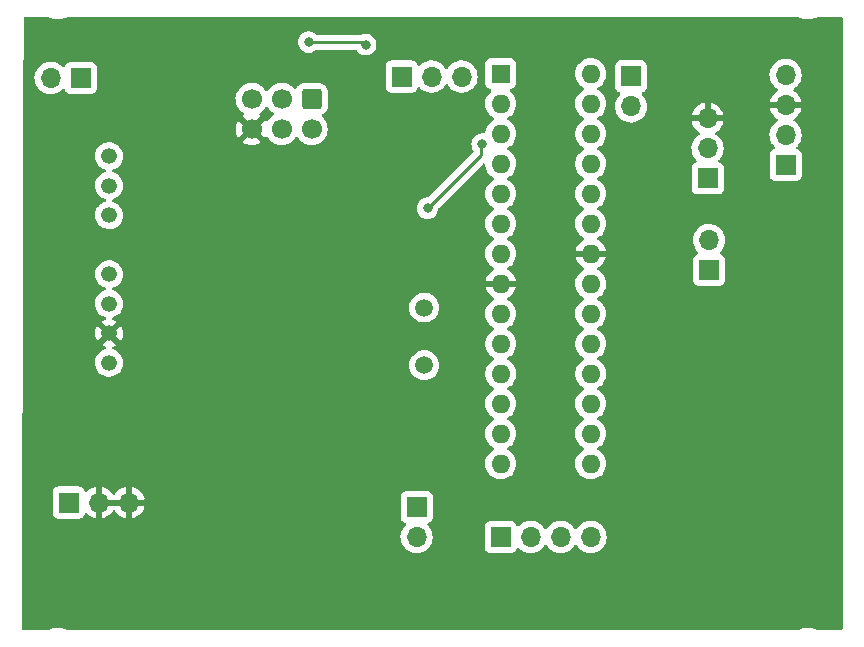
<source format=gbr>
%TF.GenerationSoftware,KiCad,Pcbnew,(6.0.1)*%
%TF.CreationDate,2022-03-08T00:57:02-06:00*%
%TF.ProjectId,mcu_board,6d63755f-626f-4617-9264-2e6b69636164,rev?*%
%TF.SameCoordinates,Original*%
%TF.FileFunction,Copper,L2,Bot*%
%TF.FilePolarity,Positive*%
%FSLAX46Y46*%
G04 Gerber Fmt 4.6, Leading zero omitted, Abs format (unit mm)*
G04 Created by KiCad (PCBNEW (6.0.1)) date 2022-03-08 00:57:02*
%MOMM*%
%LPD*%
G01*
G04 APERTURE LIST*
G04 Aperture macros list*
%AMRoundRect*
0 Rectangle with rounded corners*
0 $1 Rounding radius*
0 $2 $3 $4 $5 $6 $7 $8 $9 X,Y pos of 4 corners*
0 Add a 4 corners polygon primitive as box body*
4,1,4,$2,$3,$4,$5,$6,$7,$8,$9,$2,$3,0*
0 Add four circle primitives for the rounded corners*
1,1,$1+$1,$2,$3*
1,1,$1+$1,$4,$5*
1,1,$1+$1,$6,$7*
1,1,$1+$1,$8,$9*
0 Add four rect primitives between the rounded corners*
20,1,$1+$1,$2,$3,$4,$5,0*
20,1,$1+$1,$4,$5,$6,$7,0*
20,1,$1+$1,$6,$7,$8,$9,0*
20,1,$1+$1,$8,$9,$2,$3,0*%
G04 Aperture macros list end*
%TA.AperFunction,ComponentPad*%
%ADD10R,1.700000X1.700000*%
%TD*%
%TA.AperFunction,ComponentPad*%
%ADD11O,1.700000X1.700000*%
%TD*%
%TA.AperFunction,ComponentPad*%
%ADD12C,1.500000*%
%TD*%
%TA.AperFunction,ComponentPad*%
%ADD13R,1.600000X1.600000*%
%TD*%
%TA.AperFunction,ComponentPad*%
%ADD14O,1.600000X1.600000*%
%TD*%
%TA.AperFunction,ComponentPad*%
%ADD15C,1.337000*%
%TD*%
%TA.AperFunction,ComponentPad*%
%ADD16RoundRect,0.250000X-0.600000X0.600000X-0.600000X-0.600000X0.600000X-0.600000X0.600000X0.600000X0*%
%TD*%
%TA.AperFunction,ComponentPad*%
%ADD17C,1.700000*%
%TD*%
%TA.AperFunction,ViaPad*%
%ADD18C,0.800000*%
%TD*%
%TA.AperFunction,Conductor*%
%ADD19C,0.254000*%
%TD*%
G04 APERTURE END LIST*
D10*
%TO.P,J1,1,Pin_1*%
%TO.N,Pedestrian*%
X223647000Y-129530000D03*
D11*
%TO.P,J1,2,Pin_2*%
%TO.N,Bike*%
X223647000Y-132070000D03*
%TD*%
D12*
%TO.P,Y1,2,2*%
%TO.N,MCU_XTAL2*%
X224282000Y-117524000D03*
%TO.P,Y1,1,1*%
%TO.N,MCU_XTAL1*%
X224282000Y-112644000D03*
%TD*%
D13*
%TO.P,U1,1,~{RESET}/PC6*%
%TO.N,MCU_N_RESET*%
X230769000Y-92842000D03*
D14*
%TO.P,U1,2,PD0*%
%TO.N,unconnected-(U1-Pad2)*%
X230769000Y-95382000D03*
%TO.P,U1,3,PD1*%
%TO.N,unconnected-(U1-Pad3)*%
X230769000Y-97922000D03*
%TO.P,U1,4,PD2*%
%TO.N,Solar*%
X230769000Y-100462000D03*
%TO.P,U1,5,PD3*%
%TO.N,Grid*%
X230769000Y-103002000D03*
%TO.P,U1,6,PD4*%
%TO.N,Resistor*%
X230769000Y-105542000D03*
%TO.P,U1,7,VCC*%
%TO.N,+5V*%
X230769000Y-108082000D03*
%TO.P,U1,8,GND*%
%TO.N,GND1*%
X230769000Y-110622000D03*
%TO.P,U1,9,XTAL1/PB6*%
%TO.N,MCU_XTAL1*%
X230769000Y-113162000D03*
%TO.P,U1,10,XTAL2/PB7*%
%TO.N,MCU_XTAL2*%
X230769000Y-115702000D03*
%TO.P,U1,11,PD5*%
%TO.N,Red*%
X230769000Y-118242000D03*
%TO.P,U1,12,PD6*%
%TO.N,Green*%
X230769000Y-120782000D03*
%TO.P,U1,13,PD7*%
%TO.N,Pedestrian*%
X230769000Y-123322000D03*
%TO.P,U1,14,PB0*%
%TO.N,Bike*%
X230769000Y-125862000D03*
%TO.P,U1,15,PB1*%
%TO.N,Yellow*%
X238389000Y-125862000D03*
%TO.P,U1,16,PB2*%
%TO.N,Walk_Light*%
X238389000Y-123322000D03*
%TO.P,U1,17,PB3*%
%TO.N,MCU_MOSI*%
X238389000Y-120782000D03*
%TO.P,U1,18,PB4*%
%TO.N,MCU_MISO*%
X238389000Y-118242000D03*
%TO.P,U1,19,PB5*%
%TO.N,MCU_SCK*%
X238389000Y-115702000D03*
%TO.P,U1,20,AVCC*%
%TO.N,+5V*%
X238389000Y-113162000D03*
%TO.P,U1,21,AREF*%
%TO.N,Net-(C1-Pad1)*%
X238389000Y-110622000D03*
%TO.P,U1,22,GND*%
%TO.N,GND1*%
X238389000Y-108082000D03*
%TO.P,U1,23,PC0*%
%TO.N,Photoresistor*%
X238389000Y-105542000D03*
%TO.P,U1,24,PC1*%
%TO.N,Vo*%
X238389000Y-103002000D03*
%TO.P,U1,25,PC2*%
%TO.N,unconnected-(U1-Pad25)*%
X238389000Y-100462000D03*
%TO.P,U1,26,PC3*%
%TO.N,unconnected-(U1-Pad26)*%
X238389000Y-97922000D03*
%TO.P,U1,27,PC4*%
%TO.N,SDA*%
X238389000Y-95382000D03*
%TO.P,U1,28,PC5*%
%TO.N,SCL*%
X238389000Y-92842000D03*
%TD*%
D15*
%TO.P,PS1,8,N.C._2*%
%TO.N,unconnected-(PS1-Pad8)*%
X197612000Y-117317000D03*
%TO.P,PS1,7,-VOUT*%
%TO.N,GND1*%
X197612000Y-114817000D03*
%TO.P,PS1,6,+VOUT*%
%TO.N,+5V*%
X197612000Y-112317000D03*
%TO.P,PS1,5,N.C._1*%
%TO.N,unconnected-(PS1-Pad5)*%
X197612000Y-109817000D03*
%TO.P,PS1,3,R.C.*%
%TO.N,unconnected-(PS1-Pad3)*%
X197612000Y-104817000D03*
%TO.P,PS1,2,+VIN*%
%TO.N,+24V*%
X197612000Y-102317000D03*
%TO.P,PS1,1,-VIN*%
%TO.N,GND*%
X197612000Y-99817000D03*
%TD*%
D10*
%TO.P,J10,1,Pin_1*%
%TO.N,Green*%
X230759000Y-132075000D03*
D11*
%TO.P,J10,2,Pin_2*%
%TO.N,Red*%
X233299000Y-132075000D03*
%TO.P,J10,3,Pin_3*%
%TO.N,Yellow*%
X235839000Y-132075000D03*
%TO.P,J10,4,Pin_4*%
%TO.N,Walk_Light*%
X238379000Y-132075000D03*
%TD*%
%TO.P,J9,3,Pin_3*%
%TO.N,Solar*%
X227457000Y-93086000D03*
%TO.P,J9,2,Pin_2*%
%TO.N,Grid*%
X224917000Y-93086000D03*
D10*
%TO.P,J9,1,Pin_1*%
%TO.N,Resistor*%
X222377000Y-93086000D03*
%TD*%
D16*
%TO.P,J8,1,MISO*%
%TO.N,MCU_MISO*%
X214757000Y-94991000D03*
D17*
%TO.P,J8,2,VCC*%
%TO.N,Net-(D1-Pad2)*%
X214757000Y-97531000D03*
%TO.P,J8,3,SCK*%
%TO.N,MCU_SCK*%
X212217000Y-94991000D03*
%TO.P,J8,4,MOSI*%
%TO.N,MCU_MOSI*%
X212217000Y-97531000D03*
%TO.P,J8,5,~{RST}*%
%TO.N,MCU_N_RESET*%
X209677000Y-94991000D03*
%TO.P,J8,6,GND*%
%TO.N,GND1*%
X209677000Y-97531000D03*
%TD*%
D10*
%TO.P,J7,1,Pin_1*%
%TO.N,+5V*%
X194198000Y-129154000D03*
D11*
%TO.P,J7,2,Pin_2*%
%TO.N,GND1*%
X196738000Y-129154000D03*
%TO.P,J7,3,Pin_3*%
X199278000Y-129154000D03*
%TD*%
%TO.P,J6,2,Pin_2*%
%TO.N,GND*%
X192659000Y-93213000D03*
D10*
%TO.P,J6,1,Pin_1*%
%TO.N,+24V*%
X195199000Y-93213000D03*
%TD*%
%TO.P,J5,1,Pin_1*%
%TO.N,+5V*%
X248412000Y-109474000D03*
D11*
%TO.P,J5,2,Pin_2*%
%TO.N,Photoresistor*%
X248412000Y-106934000D03*
%TD*%
%TO.P,J4,2,Pin_2*%
%TO.N,SDA*%
X241808000Y-95621000D03*
D10*
%TO.P,J4,1,Pin_1*%
%TO.N,SCL*%
X241808000Y-93081000D03*
%TD*%
%TO.P,J3,1,Pin_1*%
%TO.N,+5V*%
X248285000Y-101707000D03*
D11*
%TO.P,J3,2,Pin_2*%
%TO.N,Vo*%
X248285000Y-99167000D03*
%TO.P,J3,3,Pin_3*%
%TO.N,GND1*%
X248285000Y-96627000D03*
%TD*%
D10*
%TO.P,J2,1,Pin_1*%
%TO.N,+5V*%
X254889000Y-100569000D03*
D11*
%TO.P,J2,2,Pin_2*%
%TO.N,SDA*%
X254889000Y-98029000D03*
%TO.P,J2,3,Pin_3*%
%TO.N,GND1*%
X254889000Y-95489000D03*
%TO.P,J2,4,Pin_4*%
%TO.N,SCL*%
X254889000Y-92949000D03*
%TD*%
D18*
%TO.N,GND1*%
X215900000Y-110236000D03*
X242570000Y-112014000D03*
X242443000Y-109601000D03*
X243078000Y-107950000D03*
X228346000Y-118364000D03*
X228346000Y-110109000D03*
X226568000Y-107569000D03*
X208788000Y-109982000D03*
X204089000Y-116332000D03*
%TO.N,MCU_N_RESET*%
X219334714Y-90388500D03*
X214503000Y-90170000D03*
X229199500Y-98806000D03*
X224578609Y-104231500D03*
%TD*%
D19*
%TO.N,MCU_N_RESET*%
X219116214Y-90170000D02*
X219334714Y-90388500D01*
X214503000Y-90170000D02*
X219116214Y-90170000D01*
X229108000Y-98806000D02*
X229199500Y-98806000D01*
X229108000Y-99702109D02*
X229108000Y-98806000D01*
X224578609Y-104231500D02*
X229108000Y-99702109D01*
%TD*%
%TA.AperFunction,Conductor*%
%TO.N,GND1*%
G36*
X192413491Y-88025646D02*
G01*
X192430596Y-88034703D01*
X192430606Y-88034708D01*
X192434392Y-88036712D01*
X192704373Y-88135511D01*
X192985264Y-88196755D01*
X193013841Y-88199004D01*
X193208282Y-88214307D01*
X193208291Y-88214307D01*
X193210739Y-88214500D01*
X193366271Y-88214500D01*
X193368407Y-88214354D01*
X193368418Y-88214354D01*
X193576548Y-88200165D01*
X193576554Y-88200164D01*
X193580825Y-88199873D01*
X193585020Y-88199004D01*
X193585022Y-88199004D01*
X193721584Y-88170723D01*
X193862342Y-88141574D01*
X194133343Y-88045607D01*
X194137152Y-88043641D01*
X194137159Y-88043638D01*
X194173204Y-88025034D01*
X194230993Y-88011000D01*
X255854532Y-88011000D01*
X255913491Y-88025646D01*
X255930596Y-88034703D01*
X255930606Y-88034708D01*
X255934392Y-88036712D01*
X256204373Y-88135511D01*
X256485264Y-88196755D01*
X256513841Y-88199004D01*
X256708282Y-88214307D01*
X256708291Y-88214307D01*
X256710739Y-88214500D01*
X256866271Y-88214500D01*
X256868407Y-88214354D01*
X256868418Y-88214354D01*
X257076548Y-88200165D01*
X257076554Y-88200164D01*
X257080825Y-88199873D01*
X257085020Y-88199004D01*
X257085022Y-88199004D01*
X257221584Y-88170723D01*
X257362342Y-88141574D01*
X257633343Y-88045607D01*
X257637152Y-88043641D01*
X257637159Y-88043638D01*
X257673204Y-88025034D01*
X257730993Y-88011000D01*
X259589000Y-88011000D01*
X259657121Y-88031002D01*
X259703614Y-88084658D01*
X259715000Y-88137000D01*
X259715000Y-139828000D01*
X259694998Y-139896121D01*
X259641342Y-139942614D01*
X259589000Y-139954000D01*
X257733468Y-139954000D01*
X257674509Y-139939354D01*
X257657404Y-139930297D01*
X257657394Y-139930292D01*
X257653608Y-139928288D01*
X257383627Y-139829489D01*
X257102736Y-139768245D01*
X257071685Y-139765801D01*
X256879718Y-139750693D01*
X256879709Y-139750693D01*
X256877261Y-139750500D01*
X256721729Y-139750500D01*
X256719593Y-139750646D01*
X256719582Y-139750646D01*
X256511452Y-139764835D01*
X256511446Y-139764836D01*
X256507175Y-139765127D01*
X256502980Y-139765996D01*
X256502978Y-139765996D01*
X256366416Y-139794277D01*
X256225658Y-139823426D01*
X255954657Y-139919393D01*
X255950848Y-139921359D01*
X255950841Y-139921362D01*
X255914796Y-139939966D01*
X255857007Y-139954000D01*
X194233468Y-139954000D01*
X194174509Y-139939354D01*
X194157404Y-139930297D01*
X194157394Y-139930292D01*
X194153608Y-139928288D01*
X193883627Y-139829489D01*
X193602736Y-139768245D01*
X193571685Y-139765801D01*
X193379718Y-139750693D01*
X193379709Y-139750693D01*
X193377261Y-139750500D01*
X193221729Y-139750500D01*
X193219593Y-139750646D01*
X193219582Y-139750646D01*
X193011452Y-139764835D01*
X193011446Y-139764836D01*
X193007175Y-139765127D01*
X193002980Y-139765996D01*
X193002978Y-139765996D01*
X192866416Y-139794277D01*
X192725658Y-139823426D01*
X192454657Y-139919393D01*
X192450848Y-139921359D01*
X192450841Y-139921362D01*
X192414796Y-139939966D01*
X192357007Y-139954000D01*
X190372309Y-139954000D01*
X190304188Y-139933998D01*
X190257695Y-139880342D01*
X190246309Y-139827692D01*
X190265358Y-132036695D01*
X222284251Y-132036695D01*
X222284548Y-132041848D01*
X222284548Y-132041851D01*
X222290011Y-132136590D01*
X222297110Y-132259715D01*
X222298247Y-132264761D01*
X222298248Y-132264767D01*
X222318119Y-132352939D01*
X222346222Y-132477639D01*
X222430266Y-132684616D01*
X222546987Y-132875088D01*
X222693250Y-133043938D01*
X222865126Y-133186632D01*
X223058000Y-133299338D01*
X223062825Y-133301180D01*
X223062826Y-133301181D01*
X223075920Y-133306181D01*
X223266692Y-133379030D01*
X223271760Y-133380061D01*
X223271763Y-133380062D01*
X223379017Y-133401883D01*
X223485597Y-133423567D01*
X223490772Y-133423757D01*
X223490774Y-133423757D01*
X223703673Y-133431564D01*
X223703677Y-133431564D01*
X223708837Y-133431753D01*
X223713957Y-133431097D01*
X223713959Y-133431097D01*
X223925288Y-133404025D01*
X223925289Y-133404025D01*
X223930416Y-133403368D01*
X223991433Y-133385062D01*
X224139429Y-133340661D01*
X224139434Y-133340659D01*
X224144384Y-133339174D01*
X224344994Y-133240896D01*
X224526860Y-133111173D01*
X224665382Y-132973134D01*
X229400500Y-132973134D01*
X229407255Y-133035316D01*
X229458385Y-133171705D01*
X229545739Y-133288261D01*
X229662295Y-133375615D01*
X229798684Y-133426745D01*
X229860866Y-133433500D01*
X231657134Y-133433500D01*
X231719316Y-133426745D01*
X231855705Y-133375615D01*
X231972261Y-133288261D01*
X232059615Y-133171705D01*
X232081799Y-133112529D01*
X232103598Y-133054382D01*
X232146240Y-132997618D01*
X232212802Y-132972918D01*
X232282150Y-132988126D01*
X232316817Y-133016114D01*
X232345250Y-133048938D01*
X232420213Y-133111173D01*
X232507123Y-133183327D01*
X232517126Y-133191632D01*
X232710000Y-133304338D01*
X232918692Y-133384030D01*
X232923760Y-133385061D01*
X232923763Y-133385062D01*
X233016970Y-133404025D01*
X233137597Y-133428567D01*
X233142772Y-133428757D01*
X233142774Y-133428757D01*
X233355673Y-133436564D01*
X233355677Y-133436564D01*
X233360837Y-133436753D01*
X233365957Y-133436097D01*
X233365959Y-133436097D01*
X233577288Y-133409025D01*
X233577289Y-133409025D01*
X233582416Y-133408368D01*
X233599082Y-133403368D01*
X233791429Y-133345661D01*
X233791434Y-133345659D01*
X233796384Y-133344174D01*
X233996994Y-133245896D01*
X234178860Y-133116173D01*
X234337096Y-132958489D01*
X234394222Y-132878990D01*
X234467453Y-132777077D01*
X234468776Y-132778028D01*
X234515645Y-132734857D01*
X234585580Y-132722625D01*
X234651026Y-132750144D01*
X234678875Y-132781994D01*
X234738987Y-132880088D01*
X234885250Y-133048938D01*
X234960213Y-133111173D01*
X235047123Y-133183327D01*
X235057126Y-133191632D01*
X235250000Y-133304338D01*
X235458692Y-133384030D01*
X235463760Y-133385061D01*
X235463763Y-133385062D01*
X235556970Y-133404025D01*
X235677597Y-133428567D01*
X235682772Y-133428757D01*
X235682774Y-133428757D01*
X235895673Y-133436564D01*
X235895677Y-133436564D01*
X235900837Y-133436753D01*
X235905957Y-133436097D01*
X235905959Y-133436097D01*
X236117288Y-133409025D01*
X236117289Y-133409025D01*
X236122416Y-133408368D01*
X236139082Y-133403368D01*
X236331429Y-133345661D01*
X236331434Y-133345659D01*
X236336384Y-133344174D01*
X236536994Y-133245896D01*
X236718860Y-133116173D01*
X236877096Y-132958489D01*
X236934222Y-132878990D01*
X237007453Y-132777077D01*
X237008776Y-132778028D01*
X237055645Y-132734857D01*
X237125580Y-132722625D01*
X237191026Y-132750144D01*
X237218875Y-132781994D01*
X237278987Y-132880088D01*
X237425250Y-133048938D01*
X237500213Y-133111173D01*
X237587123Y-133183327D01*
X237597126Y-133191632D01*
X237790000Y-133304338D01*
X237998692Y-133384030D01*
X238003760Y-133385061D01*
X238003763Y-133385062D01*
X238096970Y-133404025D01*
X238217597Y-133428567D01*
X238222772Y-133428757D01*
X238222774Y-133428757D01*
X238435673Y-133436564D01*
X238435677Y-133436564D01*
X238440837Y-133436753D01*
X238445957Y-133436097D01*
X238445959Y-133436097D01*
X238657288Y-133409025D01*
X238657289Y-133409025D01*
X238662416Y-133408368D01*
X238679082Y-133403368D01*
X238871429Y-133345661D01*
X238871434Y-133345659D01*
X238876384Y-133344174D01*
X239076994Y-133245896D01*
X239258860Y-133116173D01*
X239417096Y-132958489D01*
X239474222Y-132878990D01*
X239544435Y-132781277D01*
X239547453Y-132777077D01*
X239568320Y-132734857D01*
X239644136Y-132581453D01*
X239644137Y-132581451D01*
X239646430Y-132576811D01*
X239711370Y-132363069D01*
X239740529Y-132141590D01*
X239742156Y-132075000D01*
X239723852Y-131852361D01*
X239669431Y-131635702D01*
X239580354Y-131430840D01*
X239459014Y-131243277D01*
X239308670Y-131078051D01*
X239304619Y-131074852D01*
X239304615Y-131074848D01*
X239137414Y-130942800D01*
X239137410Y-130942798D01*
X239133359Y-130939598D01*
X239124302Y-130934598D01*
X239081136Y-130910769D01*
X238937789Y-130831638D01*
X238932920Y-130829914D01*
X238932916Y-130829912D01*
X238732087Y-130758795D01*
X238732083Y-130758794D01*
X238727212Y-130757069D01*
X238722119Y-130756162D01*
X238722116Y-130756161D01*
X238512373Y-130718800D01*
X238512367Y-130718799D01*
X238507284Y-130717894D01*
X238433452Y-130716992D01*
X238289081Y-130715228D01*
X238289079Y-130715228D01*
X238283911Y-130715165D01*
X238063091Y-130748955D01*
X237850756Y-130818357D01*
X237652607Y-130921507D01*
X237648474Y-130924610D01*
X237648471Y-130924612D01*
X237531226Y-131012642D01*
X237473965Y-131055635D01*
X237470393Y-131059373D01*
X237362729Y-131172037D01*
X237319629Y-131217138D01*
X237212201Y-131374621D01*
X237157293Y-131419621D01*
X237086768Y-131427792D01*
X237023021Y-131396538D01*
X237002324Y-131372054D01*
X236921822Y-131247617D01*
X236921820Y-131247614D01*
X236919014Y-131243277D01*
X236768670Y-131078051D01*
X236764619Y-131074852D01*
X236764615Y-131074848D01*
X236597414Y-130942800D01*
X236597410Y-130942798D01*
X236593359Y-130939598D01*
X236584302Y-130934598D01*
X236541136Y-130910769D01*
X236397789Y-130831638D01*
X236392920Y-130829914D01*
X236392916Y-130829912D01*
X236192087Y-130758795D01*
X236192083Y-130758794D01*
X236187212Y-130757069D01*
X236182119Y-130756162D01*
X236182116Y-130756161D01*
X235972373Y-130718800D01*
X235972367Y-130718799D01*
X235967284Y-130717894D01*
X235893452Y-130716992D01*
X235749081Y-130715228D01*
X235749079Y-130715228D01*
X235743911Y-130715165D01*
X235523091Y-130748955D01*
X235310756Y-130818357D01*
X235112607Y-130921507D01*
X235108474Y-130924610D01*
X235108471Y-130924612D01*
X234991226Y-131012642D01*
X234933965Y-131055635D01*
X234930393Y-131059373D01*
X234822729Y-131172037D01*
X234779629Y-131217138D01*
X234672201Y-131374621D01*
X234617293Y-131419621D01*
X234546768Y-131427792D01*
X234483021Y-131396538D01*
X234462324Y-131372054D01*
X234381822Y-131247617D01*
X234381820Y-131247614D01*
X234379014Y-131243277D01*
X234228670Y-131078051D01*
X234224619Y-131074852D01*
X234224615Y-131074848D01*
X234057414Y-130942800D01*
X234057410Y-130942798D01*
X234053359Y-130939598D01*
X234044302Y-130934598D01*
X234001136Y-130910769D01*
X233857789Y-130831638D01*
X233852920Y-130829914D01*
X233852916Y-130829912D01*
X233652087Y-130758795D01*
X233652083Y-130758794D01*
X233647212Y-130757069D01*
X233642119Y-130756162D01*
X233642116Y-130756161D01*
X233432373Y-130718800D01*
X233432367Y-130718799D01*
X233427284Y-130717894D01*
X233353452Y-130716992D01*
X233209081Y-130715228D01*
X233209079Y-130715228D01*
X233203911Y-130715165D01*
X232983091Y-130748955D01*
X232770756Y-130818357D01*
X232572607Y-130921507D01*
X232568474Y-130924610D01*
X232568471Y-130924612D01*
X232451226Y-131012642D01*
X232393965Y-131055635D01*
X232337537Y-131114684D01*
X232313283Y-131140064D01*
X232251759Y-131175494D01*
X232180846Y-131172037D01*
X232123060Y-131130791D01*
X232104207Y-131097243D01*
X232062767Y-130986703D01*
X232059615Y-130978295D01*
X231972261Y-130861739D01*
X231855705Y-130774385D01*
X231719316Y-130723255D01*
X231657134Y-130716500D01*
X229860866Y-130716500D01*
X229798684Y-130723255D01*
X229662295Y-130774385D01*
X229545739Y-130861739D01*
X229458385Y-130978295D01*
X229407255Y-131114684D01*
X229400500Y-131176866D01*
X229400500Y-132973134D01*
X224665382Y-132973134D01*
X224685096Y-132953489D01*
X224744594Y-132870689D01*
X224812435Y-132776277D01*
X224815453Y-132772077D01*
X224914430Y-132571811D01*
X224979370Y-132358069D01*
X225008529Y-132136590D01*
X225010156Y-132070000D01*
X224991852Y-131847361D01*
X224937431Y-131630702D01*
X224848354Y-131425840D01*
X224808906Y-131364862D01*
X224729822Y-131242617D01*
X224729820Y-131242614D01*
X224727014Y-131238277D01*
X224707779Y-131217138D01*
X224579798Y-131076488D01*
X224548746Y-131012642D01*
X224557141Y-130942143D01*
X224602317Y-130887375D01*
X224628761Y-130873706D01*
X224735297Y-130833767D01*
X224743705Y-130830615D01*
X224860261Y-130743261D01*
X224947615Y-130626705D01*
X224998745Y-130490316D01*
X225005500Y-130428134D01*
X225005500Y-128631866D01*
X224998745Y-128569684D01*
X224947615Y-128433295D01*
X224860261Y-128316739D01*
X224743705Y-128229385D01*
X224607316Y-128178255D01*
X224545134Y-128171500D01*
X222748866Y-128171500D01*
X222686684Y-128178255D01*
X222550295Y-128229385D01*
X222433739Y-128316739D01*
X222346385Y-128433295D01*
X222295255Y-128569684D01*
X222288500Y-128631866D01*
X222288500Y-130428134D01*
X222295255Y-130490316D01*
X222346385Y-130626705D01*
X222433739Y-130743261D01*
X222550295Y-130830615D01*
X222558704Y-130833767D01*
X222558705Y-130833768D01*
X222667451Y-130874535D01*
X222724216Y-130917176D01*
X222748916Y-130983738D01*
X222733709Y-131053087D01*
X222714316Y-131079568D01*
X222587629Y-131212138D01*
X222461743Y-131396680D01*
X222367688Y-131599305D01*
X222307989Y-131814570D01*
X222284251Y-132036695D01*
X190265358Y-132036695D01*
X190270210Y-130052134D01*
X192839500Y-130052134D01*
X192846255Y-130114316D01*
X192897385Y-130250705D01*
X192984739Y-130367261D01*
X193101295Y-130454615D01*
X193237684Y-130505745D01*
X193299866Y-130512500D01*
X195096134Y-130512500D01*
X195158316Y-130505745D01*
X195294705Y-130454615D01*
X195411261Y-130367261D01*
X195498615Y-130250705D01*
X195542798Y-130132848D01*
X195585440Y-130076084D01*
X195652001Y-130051384D01*
X195721350Y-130066592D01*
X195756017Y-130094580D01*
X195781218Y-130123673D01*
X195788580Y-130130883D01*
X195952434Y-130266916D01*
X195960881Y-130272831D01*
X196144756Y-130380279D01*
X196154042Y-130384729D01*
X196353001Y-130460703D01*
X196362899Y-130463579D01*
X196466250Y-130484606D01*
X196480299Y-130483410D01*
X196484000Y-130473065D01*
X196484000Y-130472517D01*
X196992000Y-130472517D01*
X196996064Y-130486359D01*
X197009478Y-130488393D01*
X197016184Y-130487534D01*
X197026262Y-130485392D01*
X197230255Y-130424191D01*
X197239842Y-130420433D01*
X197431095Y-130326739D01*
X197439945Y-130321464D01*
X197613328Y-130197792D01*
X197621200Y-130191139D01*
X197772052Y-130040812D01*
X197778730Y-130032965D01*
X197906022Y-129855819D01*
X197907147Y-129856627D01*
X197954669Y-129812876D01*
X198024607Y-129800661D01*
X198090046Y-129828197D01*
X198117870Y-129860028D01*
X198175690Y-129954383D01*
X198181777Y-129962699D01*
X198321213Y-130123667D01*
X198328580Y-130130883D01*
X198492434Y-130266916D01*
X198500881Y-130272831D01*
X198684756Y-130380279D01*
X198694042Y-130384729D01*
X198893001Y-130460703D01*
X198902899Y-130463579D01*
X199006250Y-130484606D01*
X199020299Y-130483410D01*
X199024000Y-130473065D01*
X199024000Y-130472517D01*
X199532000Y-130472517D01*
X199536064Y-130486359D01*
X199549478Y-130488393D01*
X199556184Y-130487534D01*
X199566262Y-130485392D01*
X199770255Y-130424191D01*
X199779842Y-130420433D01*
X199971095Y-130326739D01*
X199979945Y-130321464D01*
X200153328Y-130197792D01*
X200161200Y-130191139D01*
X200312052Y-130040812D01*
X200318730Y-130032965D01*
X200443003Y-129860020D01*
X200448313Y-129851183D01*
X200542670Y-129660267D01*
X200546469Y-129650672D01*
X200608377Y-129446910D01*
X200610555Y-129436837D01*
X200611986Y-129425962D01*
X200609775Y-129411778D01*
X200596617Y-129408000D01*
X199550115Y-129408000D01*
X199534876Y-129412475D01*
X199533671Y-129413865D01*
X199532000Y-129421548D01*
X199532000Y-130472517D01*
X199024000Y-130472517D01*
X199024000Y-129426115D01*
X199019525Y-129410876D01*
X199018135Y-129409671D01*
X199010452Y-129408000D01*
X197010115Y-129408000D01*
X196994876Y-129412475D01*
X196993671Y-129413865D01*
X196992000Y-129421548D01*
X196992000Y-130472517D01*
X196484000Y-130472517D01*
X196484000Y-128881885D01*
X196992000Y-128881885D01*
X196996475Y-128897124D01*
X196997865Y-128898329D01*
X197005548Y-128900000D01*
X199005885Y-128900000D01*
X199021124Y-128895525D01*
X199022329Y-128894135D01*
X199024000Y-128886452D01*
X199024000Y-128881885D01*
X199532000Y-128881885D01*
X199536475Y-128897124D01*
X199537865Y-128898329D01*
X199545548Y-128900000D01*
X200596344Y-128900000D01*
X200609875Y-128896027D01*
X200611180Y-128886947D01*
X200569214Y-128719875D01*
X200565894Y-128710124D01*
X200480972Y-128514814D01*
X200476105Y-128505739D01*
X200360426Y-128326926D01*
X200354136Y-128318757D01*
X200210806Y-128161240D01*
X200203273Y-128154215D01*
X200036139Y-128022222D01*
X200027552Y-128016517D01*
X199841117Y-127913599D01*
X199831705Y-127909369D01*
X199630959Y-127838280D01*
X199620988Y-127835646D01*
X199549837Y-127822972D01*
X199536540Y-127824432D01*
X199532000Y-127838989D01*
X199532000Y-128881885D01*
X199024000Y-128881885D01*
X199024000Y-127837102D01*
X199020082Y-127823758D01*
X199005806Y-127821771D01*
X198967324Y-127827660D01*
X198957288Y-127830051D01*
X198754868Y-127896212D01*
X198745359Y-127900209D01*
X198556463Y-127998542D01*
X198547738Y-128004036D01*
X198377433Y-128131905D01*
X198369726Y-128138748D01*
X198222590Y-128292717D01*
X198216104Y-128300727D01*
X198111193Y-128454521D01*
X198056282Y-128499524D01*
X197985757Y-128507695D01*
X197922010Y-128476441D01*
X197901313Y-128451957D01*
X197820427Y-128326926D01*
X197814136Y-128318757D01*
X197670806Y-128161240D01*
X197663273Y-128154215D01*
X197496139Y-128022222D01*
X197487552Y-128016517D01*
X197301117Y-127913599D01*
X197291705Y-127909369D01*
X197090959Y-127838280D01*
X197080988Y-127835646D01*
X197009837Y-127822972D01*
X196996540Y-127824432D01*
X196992000Y-127838989D01*
X196992000Y-128881885D01*
X196484000Y-128881885D01*
X196484000Y-127837102D01*
X196480082Y-127823758D01*
X196465806Y-127821771D01*
X196427324Y-127827660D01*
X196417288Y-127830051D01*
X196214868Y-127896212D01*
X196205359Y-127900209D01*
X196016463Y-127998542D01*
X196007738Y-128004036D01*
X195837433Y-128131905D01*
X195829726Y-128138748D01*
X195752478Y-128219584D01*
X195690954Y-128255014D01*
X195620042Y-128251557D01*
X195562255Y-128210311D01*
X195543402Y-128176763D01*
X195501767Y-128065703D01*
X195498615Y-128057295D01*
X195411261Y-127940739D01*
X195294705Y-127853385D01*
X195158316Y-127802255D01*
X195096134Y-127795500D01*
X193299866Y-127795500D01*
X193237684Y-127802255D01*
X193101295Y-127853385D01*
X192984739Y-127940739D01*
X192897385Y-128057295D01*
X192846255Y-128193684D01*
X192839500Y-128255866D01*
X192839500Y-130052134D01*
X190270210Y-130052134D01*
X190280455Y-125862000D01*
X229455502Y-125862000D01*
X229475457Y-126090087D01*
X229534716Y-126311243D01*
X229537039Y-126316224D01*
X229537039Y-126316225D01*
X229629151Y-126513762D01*
X229629154Y-126513767D01*
X229631477Y-126518749D01*
X229762802Y-126706300D01*
X229924700Y-126868198D01*
X229929208Y-126871355D01*
X229929211Y-126871357D01*
X230007389Y-126926098D01*
X230112251Y-126999523D01*
X230117233Y-127001846D01*
X230117238Y-127001849D01*
X230314775Y-127093961D01*
X230319757Y-127096284D01*
X230325065Y-127097706D01*
X230325067Y-127097707D01*
X230535598Y-127154119D01*
X230535600Y-127154119D01*
X230540913Y-127155543D01*
X230769000Y-127175498D01*
X230997087Y-127155543D01*
X231002400Y-127154119D01*
X231002402Y-127154119D01*
X231212933Y-127097707D01*
X231212935Y-127097706D01*
X231218243Y-127096284D01*
X231223225Y-127093961D01*
X231420762Y-127001849D01*
X231420767Y-127001846D01*
X231425749Y-126999523D01*
X231530611Y-126926098D01*
X231608789Y-126871357D01*
X231608792Y-126871355D01*
X231613300Y-126868198D01*
X231775198Y-126706300D01*
X231906523Y-126518749D01*
X231908846Y-126513767D01*
X231908849Y-126513762D01*
X232000961Y-126316225D01*
X232000961Y-126316224D01*
X232003284Y-126311243D01*
X232062543Y-126090087D01*
X232082498Y-125862000D01*
X237075502Y-125862000D01*
X237095457Y-126090087D01*
X237154716Y-126311243D01*
X237157039Y-126316224D01*
X237157039Y-126316225D01*
X237249151Y-126513762D01*
X237249154Y-126513767D01*
X237251477Y-126518749D01*
X237382802Y-126706300D01*
X237544700Y-126868198D01*
X237549208Y-126871355D01*
X237549211Y-126871357D01*
X237627389Y-126926098D01*
X237732251Y-126999523D01*
X237737233Y-127001846D01*
X237737238Y-127001849D01*
X237934775Y-127093961D01*
X237939757Y-127096284D01*
X237945065Y-127097706D01*
X237945067Y-127097707D01*
X238155598Y-127154119D01*
X238155600Y-127154119D01*
X238160913Y-127155543D01*
X238389000Y-127175498D01*
X238617087Y-127155543D01*
X238622400Y-127154119D01*
X238622402Y-127154119D01*
X238832933Y-127097707D01*
X238832935Y-127097706D01*
X238838243Y-127096284D01*
X238843225Y-127093961D01*
X239040762Y-127001849D01*
X239040767Y-127001846D01*
X239045749Y-126999523D01*
X239150611Y-126926098D01*
X239228789Y-126871357D01*
X239228792Y-126871355D01*
X239233300Y-126868198D01*
X239395198Y-126706300D01*
X239526523Y-126518749D01*
X239528846Y-126513767D01*
X239528849Y-126513762D01*
X239620961Y-126316225D01*
X239620961Y-126316224D01*
X239623284Y-126311243D01*
X239682543Y-126090087D01*
X239702498Y-125862000D01*
X239682543Y-125633913D01*
X239623284Y-125412757D01*
X239620961Y-125407775D01*
X239528849Y-125210238D01*
X239528846Y-125210233D01*
X239526523Y-125205251D01*
X239395198Y-125017700D01*
X239233300Y-124855802D01*
X239228792Y-124852645D01*
X239228789Y-124852643D01*
X239150611Y-124797902D01*
X239045749Y-124724477D01*
X239040767Y-124722154D01*
X239040762Y-124722151D01*
X239006543Y-124706195D01*
X238953258Y-124659278D01*
X238933797Y-124591001D01*
X238954339Y-124523041D01*
X239006543Y-124477805D01*
X239040762Y-124461849D01*
X239040767Y-124461846D01*
X239045749Y-124459523D01*
X239150611Y-124386098D01*
X239228789Y-124331357D01*
X239228792Y-124331355D01*
X239233300Y-124328198D01*
X239395198Y-124166300D01*
X239526523Y-123978749D01*
X239528846Y-123973767D01*
X239528849Y-123973762D01*
X239620961Y-123776225D01*
X239620961Y-123776224D01*
X239623284Y-123771243D01*
X239682543Y-123550087D01*
X239702498Y-123322000D01*
X239682543Y-123093913D01*
X239623284Y-122872757D01*
X239620961Y-122867775D01*
X239528849Y-122670238D01*
X239528846Y-122670233D01*
X239526523Y-122665251D01*
X239395198Y-122477700D01*
X239233300Y-122315802D01*
X239228792Y-122312645D01*
X239228789Y-122312643D01*
X239150611Y-122257902D01*
X239045749Y-122184477D01*
X239040767Y-122182154D01*
X239040762Y-122182151D01*
X239006543Y-122166195D01*
X238953258Y-122119278D01*
X238933797Y-122051001D01*
X238954339Y-121983041D01*
X239006543Y-121937805D01*
X239040762Y-121921849D01*
X239040767Y-121921846D01*
X239045749Y-121919523D01*
X239150611Y-121846098D01*
X239228789Y-121791357D01*
X239228792Y-121791355D01*
X239233300Y-121788198D01*
X239395198Y-121626300D01*
X239526523Y-121438749D01*
X239528846Y-121433767D01*
X239528849Y-121433762D01*
X239620961Y-121236225D01*
X239620961Y-121236224D01*
X239623284Y-121231243D01*
X239682543Y-121010087D01*
X239702498Y-120782000D01*
X239682543Y-120553913D01*
X239623284Y-120332757D01*
X239620961Y-120327775D01*
X239528849Y-120130238D01*
X239528846Y-120130233D01*
X239526523Y-120125251D01*
X239395198Y-119937700D01*
X239233300Y-119775802D01*
X239228792Y-119772645D01*
X239228789Y-119772643D01*
X239150611Y-119717902D01*
X239045749Y-119644477D01*
X239040767Y-119642154D01*
X239040762Y-119642151D01*
X239006543Y-119626195D01*
X238953258Y-119579278D01*
X238933797Y-119511001D01*
X238954339Y-119443041D01*
X239006543Y-119397805D01*
X239040762Y-119381849D01*
X239040767Y-119381846D01*
X239045749Y-119379523D01*
X239150611Y-119306098D01*
X239228789Y-119251357D01*
X239228792Y-119251355D01*
X239233300Y-119248198D01*
X239395198Y-119086300D01*
X239526523Y-118898749D01*
X239528846Y-118893767D01*
X239528849Y-118893762D01*
X239620961Y-118696225D01*
X239620961Y-118696224D01*
X239623284Y-118691243D01*
X239643741Y-118614899D01*
X239681119Y-118475402D01*
X239681119Y-118475400D01*
X239682543Y-118470087D01*
X239702498Y-118242000D01*
X239682543Y-118013913D01*
X239667046Y-117956076D01*
X239624707Y-117798067D01*
X239624706Y-117798065D01*
X239623284Y-117792757D01*
X239597701Y-117737894D01*
X239528849Y-117590238D01*
X239528846Y-117590233D01*
X239526523Y-117585251D01*
X239395198Y-117397700D01*
X239233300Y-117235802D01*
X239228792Y-117232645D01*
X239228789Y-117232643D01*
X239150611Y-117177902D01*
X239045749Y-117104477D01*
X239040767Y-117102154D01*
X239040762Y-117102151D01*
X239006543Y-117086195D01*
X238953258Y-117039278D01*
X238933797Y-116971001D01*
X238954339Y-116903041D01*
X239006543Y-116857805D01*
X239040762Y-116841849D01*
X239040767Y-116841846D01*
X239045749Y-116839523D01*
X239150611Y-116766098D01*
X239228789Y-116711357D01*
X239228792Y-116711355D01*
X239233300Y-116708198D01*
X239395198Y-116546300D01*
X239406129Y-116530690D01*
X239474461Y-116433101D01*
X239526523Y-116358749D01*
X239528846Y-116353767D01*
X239528849Y-116353762D01*
X239620961Y-116156225D01*
X239620961Y-116156224D01*
X239623284Y-116151243D01*
X239633746Y-116112201D01*
X239681119Y-115935402D01*
X239681119Y-115935400D01*
X239682543Y-115930087D01*
X239702498Y-115702000D01*
X239682543Y-115473913D01*
X239674826Y-115445114D01*
X239624707Y-115258067D01*
X239624706Y-115258065D01*
X239623284Y-115252757D01*
X239590014Y-115181408D01*
X239528849Y-115050238D01*
X239528846Y-115050233D01*
X239526523Y-115045251D01*
X239412571Y-114882511D01*
X239398357Y-114862211D01*
X239398355Y-114862208D01*
X239395198Y-114857700D01*
X239233300Y-114695802D01*
X239228792Y-114692645D01*
X239228789Y-114692643D01*
X239090935Y-114596117D01*
X239045749Y-114564477D01*
X239040767Y-114562154D01*
X239040762Y-114562151D01*
X239006543Y-114546195D01*
X238953258Y-114499278D01*
X238933797Y-114431001D01*
X238954339Y-114363041D01*
X239006543Y-114317805D01*
X239040762Y-114301849D01*
X239040767Y-114301846D01*
X239045749Y-114299523D01*
X239206061Y-114187271D01*
X239228789Y-114171357D01*
X239228792Y-114171355D01*
X239233300Y-114168198D01*
X239395198Y-114006300D01*
X239526523Y-113818749D01*
X239528846Y-113813767D01*
X239528849Y-113813762D01*
X239620961Y-113616225D01*
X239620961Y-113616224D01*
X239623284Y-113611243D01*
X239630856Y-113582986D01*
X239681119Y-113395402D01*
X239681119Y-113395400D01*
X239682543Y-113390087D01*
X239702498Y-113162000D01*
X239682543Y-112933913D01*
X239623284Y-112712757D01*
X239620121Y-112705974D01*
X239528849Y-112510238D01*
X239528846Y-112510233D01*
X239526523Y-112505251D01*
X239453098Y-112400389D01*
X239398357Y-112322211D01*
X239398355Y-112322208D01*
X239395198Y-112317700D01*
X239233300Y-112155802D01*
X239228792Y-112152645D01*
X239228789Y-112152643D01*
X239104651Y-112065721D01*
X239045749Y-112024477D01*
X239040767Y-112022154D01*
X239040762Y-112022151D01*
X239006543Y-112006195D01*
X238953258Y-111959278D01*
X238933797Y-111891001D01*
X238954339Y-111823041D01*
X239006543Y-111777805D01*
X239040762Y-111761849D01*
X239040767Y-111761846D01*
X239045749Y-111759523D01*
X239175486Y-111668680D01*
X239228789Y-111631357D01*
X239228792Y-111631355D01*
X239233300Y-111628198D01*
X239395198Y-111466300D01*
X239402791Y-111455457D01*
X239466467Y-111364518D01*
X239526523Y-111278749D01*
X239528846Y-111273767D01*
X239528849Y-111273762D01*
X239620961Y-111076225D01*
X239620961Y-111076224D01*
X239623284Y-111071243D01*
X239643065Y-110997422D01*
X239681119Y-110855402D01*
X239681119Y-110855400D01*
X239682543Y-110850087D01*
X239702498Y-110622000D01*
X239682543Y-110393913D01*
X239623284Y-110172757D01*
X239586066Y-110092942D01*
X239528849Y-109970238D01*
X239528846Y-109970233D01*
X239526523Y-109965251D01*
X239405088Y-109791824D01*
X239398357Y-109782211D01*
X239398355Y-109782208D01*
X239395198Y-109777700D01*
X239233300Y-109615802D01*
X239228792Y-109612645D01*
X239228789Y-109612643D01*
X239150611Y-109557902D01*
X239045749Y-109484477D01*
X239040767Y-109482154D01*
X239040762Y-109482151D01*
X239005951Y-109465919D01*
X238952666Y-109419002D01*
X238933205Y-109350725D01*
X238953747Y-109282765D01*
X239005951Y-109237529D01*
X239040511Y-109221414D01*
X239050007Y-109215931D01*
X239228467Y-109090972D01*
X239236875Y-109083916D01*
X239390916Y-108929875D01*
X239397972Y-108921467D01*
X239522931Y-108743007D01*
X239528414Y-108733511D01*
X239620490Y-108536053D01*
X239624236Y-108525761D01*
X239670394Y-108353497D01*
X239670058Y-108339401D01*
X239662116Y-108336000D01*
X237121033Y-108336000D01*
X237107502Y-108339973D01*
X237106273Y-108348522D01*
X237153764Y-108525761D01*
X237157510Y-108536053D01*
X237249586Y-108733511D01*
X237255069Y-108743007D01*
X237380028Y-108921467D01*
X237387084Y-108929875D01*
X237541125Y-109083916D01*
X237549533Y-109090972D01*
X237727993Y-109215931D01*
X237737489Y-109221414D01*
X237772049Y-109237529D01*
X237825334Y-109284446D01*
X237844795Y-109352723D01*
X237824253Y-109420683D01*
X237772049Y-109465919D01*
X237737238Y-109482151D01*
X237737233Y-109482154D01*
X237732251Y-109484477D01*
X237627389Y-109557902D01*
X237549211Y-109612643D01*
X237549208Y-109612645D01*
X237544700Y-109615802D01*
X237382802Y-109777700D01*
X237379645Y-109782208D01*
X237379643Y-109782211D01*
X237372912Y-109791824D01*
X237251477Y-109965251D01*
X237249154Y-109970233D01*
X237249151Y-109970238D01*
X237191934Y-110092942D01*
X237154716Y-110172757D01*
X237095457Y-110393913D01*
X237075502Y-110622000D01*
X237095457Y-110850087D01*
X237096881Y-110855400D01*
X237096881Y-110855402D01*
X237134936Y-110997422D01*
X237154716Y-111071243D01*
X237157039Y-111076224D01*
X237157039Y-111076225D01*
X237249151Y-111273762D01*
X237249154Y-111273767D01*
X237251477Y-111278749D01*
X237311533Y-111364518D01*
X237375210Y-111455457D01*
X237382802Y-111466300D01*
X237544700Y-111628198D01*
X237549208Y-111631355D01*
X237549211Y-111631357D01*
X237602514Y-111668680D01*
X237732251Y-111759523D01*
X237737233Y-111761846D01*
X237737238Y-111761849D01*
X237771457Y-111777805D01*
X237824742Y-111824722D01*
X237844203Y-111892999D01*
X237823661Y-111960959D01*
X237771457Y-112006195D01*
X237737238Y-112022151D01*
X237737233Y-112022154D01*
X237732251Y-112024477D01*
X237673349Y-112065721D01*
X237549211Y-112152643D01*
X237549208Y-112152645D01*
X237544700Y-112155802D01*
X237382802Y-112317700D01*
X237379645Y-112322208D01*
X237379643Y-112322211D01*
X237324902Y-112400389D01*
X237251477Y-112505251D01*
X237249154Y-112510233D01*
X237249151Y-112510238D01*
X237157879Y-112705974D01*
X237154716Y-112712757D01*
X237095457Y-112933913D01*
X237075502Y-113162000D01*
X237095457Y-113390087D01*
X237096881Y-113395400D01*
X237096881Y-113395402D01*
X237147145Y-113582986D01*
X237154716Y-113611243D01*
X237157039Y-113616224D01*
X237157039Y-113616225D01*
X237249151Y-113813762D01*
X237249154Y-113813767D01*
X237251477Y-113818749D01*
X237382802Y-114006300D01*
X237544700Y-114168198D01*
X237549208Y-114171355D01*
X237549211Y-114171357D01*
X237571939Y-114187271D01*
X237732251Y-114299523D01*
X237737233Y-114301846D01*
X237737238Y-114301849D01*
X237771457Y-114317805D01*
X237824742Y-114364722D01*
X237844203Y-114432999D01*
X237823661Y-114500959D01*
X237771457Y-114546195D01*
X237737238Y-114562151D01*
X237737233Y-114562154D01*
X237732251Y-114564477D01*
X237687065Y-114596117D01*
X237549211Y-114692643D01*
X237549208Y-114692645D01*
X237544700Y-114695802D01*
X237382802Y-114857700D01*
X237379645Y-114862208D01*
X237379643Y-114862211D01*
X237365429Y-114882511D01*
X237251477Y-115045251D01*
X237249154Y-115050233D01*
X237249151Y-115050238D01*
X237187986Y-115181408D01*
X237154716Y-115252757D01*
X237153294Y-115258065D01*
X237153293Y-115258067D01*
X237103174Y-115445114D01*
X237095457Y-115473913D01*
X237075502Y-115702000D01*
X237095457Y-115930087D01*
X237096881Y-115935400D01*
X237096881Y-115935402D01*
X237144255Y-116112201D01*
X237154716Y-116151243D01*
X237157039Y-116156224D01*
X237157039Y-116156225D01*
X237249151Y-116353762D01*
X237249154Y-116353767D01*
X237251477Y-116358749D01*
X237303539Y-116433101D01*
X237371872Y-116530690D01*
X237382802Y-116546300D01*
X237544700Y-116708198D01*
X237549208Y-116711355D01*
X237549211Y-116711357D01*
X237627389Y-116766098D01*
X237732251Y-116839523D01*
X237737233Y-116841846D01*
X237737238Y-116841849D01*
X237771457Y-116857805D01*
X237824742Y-116904722D01*
X237844203Y-116972999D01*
X237823661Y-117040959D01*
X237771457Y-117086195D01*
X237737238Y-117102151D01*
X237737233Y-117102154D01*
X237732251Y-117104477D01*
X237627389Y-117177902D01*
X237549211Y-117232643D01*
X237549208Y-117232645D01*
X237544700Y-117235802D01*
X237382802Y-117397700D01*
X237251477Y-117585251D01*
X237249154Y-117590233D01*
X237249151Y-117590238D01*
X237180299Y-117737894D01*
X237154716Y-117792757D01*
X237153294Y-117798065D01*
X237153293Y-117798067D01*
X237110954Y-117956076D01*
X237095457Y-118013913D01*
X237075502Y-118242000D01*
X237095457Y-118470087D01*
X237096881Y-118475400D01*
X237096881Y-118475402D01*
X237134260Y-118614899D01*
X237154716Y-118691243D01*
X237157039Y-118696224D01*
X237157039Y-118696225D01*
X237249151Y-118893762D01*
X237249154Y-118893767D01*
X237251477Y-118898749D01*
X237382802Y-119086300D01*
X237544700Y-119248198D01*
X237549208Y-119251355D01*
X237549211Y-119251357D01*
X237627389Y-119306098D01*
X237732251Y-119379523D01*
X237737233Y-119381846D01*
X237737238Y-119381849D01*
X237771457Y-119397805D01*
X237824742Y-119444722D01*
X237844203Y-119512999D01*
X237823661Y-119580959D01*
X237771457Y-119626195D01*
X237737238Y-119642151D01*
X237737233Y-119642154D01*
X237732251Y-119644477D01*
X237627389Y-119717902D01*
X237549211Y-119772643D01*
X237549208Y-119772645D01*
X237544700Y-119775802D01*
X237382802Y-119937700D01*
X237251477Y-120125251D01*
X237249154Y-120130233D01*
X237249151Y-120130238D01*
X237157039Y-120327775D01*
X237154716Y-120332757D01*
X237095457Y-120553913D01*
X237075502Y-120782000D01*
X237095457Y-121010087D01*
X237154716Y-121231243D01*
X237157039Y-121236224D01*
X237157039Y-121236225D01*
X237249151Y-121433762D01*
X237249154Y-121433767D01*
X237251477Y-121438749D01*
X237382802Y-121626300D01*
X237544700Y-121788198D01*
X237549208Y-121791355D01*
X237549211Y-121791357D01*
X237627389Y-121846098D01*
X237732251Y-121919523D01*
X237737233Y-121921846D01*
X237737238Y-121921849D01*
X237771457Y-121937805D01*
X237824742Y-121984722D01*
X237844203Y-122052999D01*
X237823661Y-122120959D01*
X237771457Y-122166195D01*
X237737238Y-122182151D01*
X237737233Y-122182154D01*
X237732251Y-122184477D01*
X237627389Y-122257902D01*
X237549211Y-122312643D01*
X237549208Y-122312645D01*
X237544700Y-122315802D01*
X237382802Y-122477700D01*
X237251477Y-122665251D01*
X237249154Y-122670233D01*
X237249151Y-122670238D01*
X237157039Y-122867775D01*
X237154716Y-122872757D01*
X237095457Y-123093913D01*
X237075502Y-123322000D01*
X237095457Y-123550087D01*
X237154716Y-123771243D01*
X237157039Y-123776224D01*
X237157039Y-123776225D01*
X237249151Y-123973762D01*
X237249154Y-123973767D01*
X237251477Y-123978749D01*
X237382802Y-124166300D01*
X237544700Y-124328198D01*
X237549208Y-124331355D01*
X237549211Y-124331357D01*
X237627389Y-124386098D01*
X237732251Y-124459523D01*
X237737233Y-124461846D01*
X237737238Y-124461849D01*
X237771457Y-124477805D01*
X237824742Y-124524722D01*
X237844203Y-124592999D01*
X237823661Y-124660959D01*
X237771457Y-124706195D01*
X237737238Y-124722151D01*
X237737233Y-124722154D01*
X237732251Y-124724477D01*
X237627389Y-124797902D01*
X237549211Y-124852643D01*
X237549208Y-124852645D01*
X237544700Y-124855802D01*
X237382802Y-125017700D01*
X237251477Y-125205251D01*
X237249154Y-125210233D01*
X237249151Y-125210238D01*
X237157039Y-125407775D01*
X237154716Y-125412757D01*
X237095457Y-125633913D01*
X237075502Y-125862000D01*
X232082498Y-125862000D01*
X232062543Y-125633913D01*
X232003284Y-125412757D01*
X232000961Y-125407775D01*
X231908849Y-125210238D01*
X231908846Y-125210233D01*
X231906523Y-125205251D01*
X231775198Y-125017700D01*
X231613300Y-124855802D01*
X231608792Y-124852645D01*
X231608789Y-124852643D01*
X231530611Y-124797902D01*
X231425749Y-124724477D01*
X231420767Y-124722154D01*
X231420762Y-124722151D01*
X231386543Y-124706195D01*
X231333258Y-124659278D01*
X231313797Y-124591001D01*
X231334339Y-124523041D01*
X231386543Y-124477805D01*
X231420762Y-124461849D01*
X231420767Y-124461846D01*
X231425749Y-124459523D01*
X231530611Y-124386098D01*
X231608789Y-124331357D01*
X231608792Y-124331355D01*
X231613300Y-124328198D01*
X231775198Y-124166300D01*
X231906523Y-123978749D01*
X231908846Y-123973767D01*
X231908849Y-123973762D01*
X232000961Y-123776225D01*
X232000961Y-123776224D01*
X232003284Y-123771243D01*
X232062543Y-123550087D01*
X232082498Y-123322000D01*
X232062543Y-123093913D01*
X232003284Y-122872757D01*
X232000961Y-122867775D01*
X231908849Y-122670238D01*
X231908846Y-122670233D01*
X231906523Y-122665251D01*
X231775198Y-122477700D01*
X231613300Y-122315802D01*
X231608792Y-122312645D01*
X231608789Y-122312643D01*
X231530611Y-122257902D01*
X231425749Y-122184477D01*
X231420767Y-122182154D01*
X231420762Y-122182151D01*
X231386543Y-122166195D01*
X231333258Y-122119278D01*
X231313797Y-122051001D01*
X231334339Y-121983041D01*
X231386543Y-121937805D01*
X231420762Y-121921849D01*
X231420767Y-121921846D01*
X231425749Y-121919523D01*
X231530611Y-121846098D01*
X231608789Y-121791357D01*
X231608792Y-121791355D01*
X231613300Y-121788198D01*
X231775198Y-121626300D01*
X231906523Y-121438749D01*
X231908846Y-121433767D01*
X231908849Y-121433762D01*
X232000961Y-121236225D01*
X232000961Y-121236224D01*
X232003284Y-121231243D01*
X232062543Y-121010087D01*
X232082498Y-120782000D01*
X232062543Y-120553913D01*
X232003284Y-120332757D01*
X232000961Y-120327775D01*
X231908849Y-120130238D01*
X231908846Y-120130233D01*
X231906523Y-120125251D01*
X231775198Y-119937700D01*
X231613300Y-119775802D01*
X231608792Y-119772645D01*
X231608789Y-119772643D01*
X231530611Y-119717902D01*
X231425749Y-119644477D01*
X231420767Y-119642154D01*
X231420762Y-119642151D01*
X231386543Y-119626195D01*
X231333258Y-119579278D01*
X231313797Y-119511001D01*
X231334339Y-119443041D01*
X231386543Y-119397805D01*
X231420762Y-119381849D01*
X231420767Y-119381846D01*
X231425749Y-119379523D01*
X231530611Y-119306098D01*
X231608789Y-119251357D01*
X231608792Y-119251355D01*
X231613300Y-119248198D01*
X231775198Y-119086300D01*
X231906523Y-118898749D01*
X231908846Y-118893767D01*
X231908849Y-118893762D01*
X232000961Y-118696225D01*
X232000961Y-118696224D01*
X232003284Y-118691243D01*
X232023741Y-118614899D01*
X232061119Y-118475402D01*
X232061119Y-118475400D01*
X232062543Y-118470087D01*
X232082498Y-118242000D01*
X232062543Y-118013913D01*
X232047046Y-117956076D01*
X232004707Y-117798067D01*
X232004706Y-117798065D01*
X232003284Y-117792757D01*
X231977701Y-117737894D01*
X231908849Y-117590238D01*
X231908846Y-117590233D01*
X231906523Y-117585251D01*
X231775198Y-117397700D01*
X231613300Y-117235802D01*
X231608792Y-117232645D01*
X231608789Y-117232643D01*
X231530611Y-117177902D01*
X231425749Y-117104477D01*
X231420767Y-117102154D01*
X231420762Y-117102151D01*
X231386543Y-117086195D01*
X231333258Y-117039278D01*
X231313797Y-116971001D01*
X231334339Y-116903041D01*
X231386543Y-116857805D01*
X231420762Y-116841849D01*
X231420767Y-116841846D01*
X231425749Y-116839523D01*
X231530611Y-116766098D01*
X231608789Y-116711357D01*
X231608792Y-116711355D01*
X231613300Y-116708198D01*
X231775198Y-116546300D01*
X231786129Y-116530690D01*
X231854461Y-116433101D01*
X231906523Y-116358749D01*
X231908846Y-116353767D01*
X231908849Y-116353762D01*
X232000961Y-116156225D01*
X232000961Y-116156224D01*
X232003284Y-116151243D01*
X232013746Y-116112201D01*
X232061119Y-115935402D01*
X232061119Y-115935400D01*
X232062543Y-115930087D01*
X232082498Y-115702000D01*
X232062543Y-115473913D01*
X232054826Y-115445114D01*
X232004707Y-115258067D01*
X232004706Y-115258065D01*
X232003284Y-115252757D01*
X231970014Y-115181408D01*
X231908849Y-115050238D01*
X231908846Y-115050233D01*
X231906523Y-115045251D01*
X231792571Y-114882511D01*
X231778357Y-114862211D01*
X231778355Y-114862208D01*
X231775198Y-114857700D01*
X231613300Y-114695802D01*
X231608792Y-114692645D01*
X231608789Y-114692643D01*
X231470935Y-114596117D01*
X231425749Y-114564477D01*
X231420767Y-114562154D01*
X231420762Y-114562151D01*
X231386543Y-114546195D01*
X231333258Y-114499278D01*
X231313797Y-114431001D01*
X231334339Y-114363041D01*
X231386543Y-114317805D01*
X231420762Y-114301849D01*
X231420767Y-114301846D01*
X231425749Y-114299523D01*
X231586061Y-114187271D01*
X231608789Y-114171357D01*
X231608792Y-114171355D01*
X231613300Y-114168198D01*
X231775198Y-114006300D01*
X231906523Y-113818749D01*
X231908846Y-113813767D01*
X231908849Y-113813762D01*
X232000961Y-113616225D01*
X232000961Y-113616224D01*
X232003284Y-113611243D01*
X232010856Y-113582986D01*
X232061119Y-113395402D01*
X232061119Y-113395400D01*
X232062543Y-113390087D01*
X232082498Y-113162000D01*
X232062543Y-112933913D01*
X232003284Y-112712757D01*
X232000121Y-112705974D01*
X231908849Y-112510238D01*
X231908846Y-112510233D01*
X231906523Y-112505251D01*
X231833098Y-112400389D01*
X231778357Y-112322211D01*
X231778355Y-112322208D01*
X231775198Y-112317700D01*
X231613300Y-112155802D01*
X231608792Y-112152645D01*
X231608789Y-112152643D01*
X231484651Y-112065721D01*
X231425749Y-112024477D01*
X231420767Y-112022154D01*
X231420762Y-112022151D01*
X231385951Y-112005919D01*
X231332666Y-111959002D01*
X231313205Y-111890725D01*
X231333747Y-111822765D01*
X231385951Y-111777529D01*
X231420511Y-111761414D01*
X231430007Y-111755931D01*
X231608467Y-111630972D01*
X231616875Y-111623916D01*
X231770916Y-111469875D01*
X231777972Y-111461467D01*
X231902931Y-111283007D01*
X231908414Y-111273511D01*
X232000490Y-111076053D01*
X232004236Y-111065761D01*
X232050394Y-110893497D01*
X232050058Y-110879401D01*
X232042116Y-110876000D01*
X229501033Y-110876000D01*
X229487502Y-110879973D01*
X229486273Y-110888522D01*
X229533764Y-111065761D01*
X229537510Y-111076053D01*
X229629586Y-111273511D01*
X229635069Y-111283007D01*
X229760028Y-111461467D01*
X229767084Y-111469875D01*
X229921125Y-111623916D01*
X229929533Y-111630972D01*
X230107993Y-111755931D01*
X230117489Y-111761414D01*
X230152049Y-111777529D01*
X230205334Y-111824446D01*
X230224795Y-111892723D01*
X230204253Y-111960683D01*
X230152049Y-112005919D01*
X230117238Y-112022151D01*
X230117233Y-112022154D01*
X230112251Y-112024477D01*
X230053349Y-112065721D01*
X229929211Y-112152643D01*
X229929208Y-112152645D01*
X229924700Y-112155802D01*
X229762802Y-112317700D01*
X229759645Y-112322208D01*
X229759643Y-112322211D01*
X229704902Y-112400389D01*
X229631477Y-112505251D01*
X229629154Y-112510233D01*
X229629151Y-112510238D01*
X229537879Y-112705974D01*
X229534716Y-112712757D01*
X229475457Y-112933913D01*
X229455502Y-113162000D01*
X229475457Y-113390087D01*
X229476881Y-113395400D01*
X229476881Y-113395402D01*
X229527145Y-113582986D01*
X229534716Y-113611243D01*
X229537039Y-113616224D01*
X229537039Y-113616225D01*
X229629151Y-113813762D01*
X229629154Y-113813767D01*
X229631477Y-113818749D01*
X229762802Y-114006300D01*
X229924700Y-114168198D01*
X229929208Y-114171355D01*
X229929211Y-114171357D01*
X229951939Y-114187271D01*
X230112251Y-114299523D01*
X230117233Y-114301846D01*
X230117238Y-114301849D01*
X230151457Y-114317805D01*
X230204742Y-114364722D01*
X230224203Y-114432999D01*
X230203661Y-114500959D01*
X230151457Y-114546195D01*
X230117238Y-114562151D01*
X230117233Y-114562154D01*
X230112251Y-114564477D01*
X230067065Y-114596117D01*
X229929211Y-114692643D01*
X229929208Y-114692645D01*
X229924700Y-114695802D01*
X229762802Y-114857700D01*
X229759645Y-114862208D01*
X229759643Y-114862211D01*
X229745429Y-114882511D01*
X229631477Y-115045251D01*
X229629154Y-115050233D01*
X229629151Y-115050238D01*
X229567986Y-115181408D01*
X229534716Y-115252757D01*
X229533294Y-115258065D01*
X229533293Y-115258067D01*
X229483174Y-115445114D01*
X229475457Y-115473913D01*
X229455502Y-115702000D01*
X229475457Y-115930087D01*
X229476881Y-115935400D01*
X229476881Y-115935402D01*
X229524255Y-116112201D01*
X229534716Y-116151243D01*
X229537039Y-116156224D01*
X229537039Y-116156225D01*
X229629151Y-116353762D01*
X229629154Y-116353767D01*
X229631477Y-116358749D01*
X229683539Y-116433101D01*
X229751872Y-116530690D01*
X229762802Y-116546300D01*
X229924700Y-116708198D01*
X229929208Y-116711355D01*
X229929211Y-116711357D01*
X230007389Y-116766098D01*
X230112251Y-116839523D01*
X230117233Y-116841846D01*
X230117238Y-116841849D01*
X230151457Y-116857805D01*
X230204742Y-116904722D01*
X230224203Y-116972999D01*
X230203661Y-117040959D01*
X230151457Y-117086195D01*
X230117238Y-117102151D01*
X230117233Y-117102154D01*
X230112251Y-117104477D01*
X230007389Y-117177902D01*
X229929211Y-117232643D01*
X229929208Y-117232645D01*
X229924700Y-117235802D01*
X229762802Y-117397700D01*
X229631477Y-117585251D01*
X229629154Y-117590233D01*
X229629151Y-117590238D01*
X229560299Y-117737894D01*
X229534716Y-117792757D01*
X229533294Y-117798065D01*
X229533293Y-117798067D01*
X229490954Y-117956076D01*
X229475457Y-118013913D01*
X229455502Y-118242000D01*
X229475457Y-118470087D01*
X229476881Y-118475400D01*
X229476881Y-118475402D01*
X229514260Y-118614899D01*
X229534716Y-118691243D01*
X229537039Y-118696224D01*
X229537039Y-118696225D01*
X229629151Y-118893762D01*
X229629154Y-118893767D01*
X229631477Y-118898749D01*
X229762802Y-119086300D01*
X229924700Y-119248198D01*
X229929208Y-119251355D01*
X229929211Y-119251357D01*
X230007389Y-119306098D01*
X230112251Y-119379523D01*
X230117233Y-119381846D01*
X230117238Y-119381849D01*
X230151457Y-119397805D01*
X230204742Y-119444722D01*
X230224203Y-119512999D01*
X230203661Y-119580959D01*
X230151457Y-119626195D01*
X230117238Y-119642151D01*
X230117233Y-119642154D01*
X230112251Y-119644477D01*
X230007389Y-119717902D01*
X229929211Y-119772643D01*
X229929208Y-119772645D01*
X229924700Y-119775802D01*
X229762802Y-119937700D01*
X229631477Y-120125251D01*
X229629154Y-120130233D01*
X229629151Y-120130238D01*
X229537039Y-120327775D01*
X229534716Y-120332757D01*
X229475457Y-120553913D01*
X229455502Y-120782000D01*
X229475457Y-121010087D01*
X229534716Y-121231243D01*
X229537039Y-121236224D01*
X229537039Y-121236225D01*
X229629151Y-121433762D01*
X229629154Y-121433767D01*
X229631477Y-121438749D01*
X229762802Y-121626300D01*
X229924700Y-121788198D01*
X229929208Y-121791355D01*
X229929211Y-121791357D01*
X230007389Y-121846098D01*
X230112251Y-121919523D01*
X230117233Y-121921846D01*
X230117238Y-121921849D01*
X230151457Y-121937805D01*
X230204742Y-121984722D01*
X230224203Y-122052999D01*
X230203661Y-122120959D01*
X230151457Y-122166195D01*
X230117238Y-122182151D01*
X230117233Y-122182154D01*
X230112251Y-122184477D01*
X230007389Y-122257902D01*
X229929211Y-122312643D01*
X229929208Y-122312645D01*
X229924700Y-122315802D01*
X229762802Y-122477700D01*
X229631477Y-122665251D01*
X229629154Y-122670233D01*
X229629151Y-122670238D01*
X229537039Y-122867775D01*
X229534716Y-122872757D01*
X229475457Y-123093913D01*
X229455502Y-123322000D01*
X229475457Y-123550087D01*
X229534716Y-123771243D01*
X229537039Y-123776224D01*
X229537039Y-123776225D01*
X229629151Y-123973762D01*
X229629154Y-123973767D01*
X229631477Y-123978749D01*
X229762802Y-124166300D01*
X229924700Y-124328198D01*
X229929208Y-124331355D01*
X229929211Y-124331357D01*
X230007389Y-124386098D01*
X230112251Y-124459523D01*
X230117233Y-124461846D01*
X230117238Y-124461849D01*
X230151457Y-124477805D01*
X230204742Y-124524722D01*
X230224203Y-124592999D01*
X230203661Y-124660959D01*
X230151457Y-124706195D01*
X230117238Y-124722151D01*
X230117233Y-124722154D01*
X230112251Y-124724477D01*
X230007389Y-124797902D01*
X229929211Y-124852643D01*
X229929208Y-124852645D01*
X229924700Y-124855802D01*
X229762802Y-125017700D01*
X229631477Y-125205251D01*
X229629154Y-125210233D01*
X229629151Y-125210238D01*
X229537039Y-125407775D01*
X229534716Y-125412757D01*
X229475457Y-125633913D01*
X229455502Y-125862000D01*
X190280455Y-125862000D01*
X190301423Y-117286058D01*
X196430363Y-117286058D01*
X196444511Y-117501912D01*
X196497758Y-117711574D01*
X196588322Y-117908021D01*
X196591655Y-117912737D01*
X196667032Y-118019393D01*
X196713168Y-118084675D01*
X196868117Y-118235619D01*
X197047978Y-118355799D01*
X197053281Y-118358077D01*
X197053284Y-118358079D01*
X197131556Y-118391707D01*
X197246729Y-118441189D01*
X197457713Y-118488929D01*
X197463487Y-118489156D01*
X197463488Y-118489156D01*
X197503348Y-118490722D01*
X197673863Y-118497422D01*
X197780903Y-118481902D01*
X197882228Y-118467211D01*
X197882233Y-118467210D01*
X197887942Y-118466382D01*
X197893406Y-118464527D01*
X197893411Y-118464526D01*
X198087312Y-118398705D01*
X198092780Y-118396849D01*
X198281516Y-118291152D01*
X198447830Y-118152830D01*
X198586152Y-117986516D01*
X198691849Y-117797780D01*
X198761382Y-117592942D01*
X198762210Y-117587233D01*
X198762211Y-117587228D01*
X198771378Y-117524000D01*
X223018693Y-117524000D01*
X223037885Y-117743371D01*
X223094880Y-117956076D01*
X223121850Y-118013913D01*
X223185618Y-118150666D01*
X223185621Y-118150671D01*
X223187944Y-118155653D01*
X223314251Y-118336038D01*
X223469962Y-118491749D01*
X223474471Y-118494906D01*
X223474473Y-118494908D01*
X223549241Y-118547261D01*
X223650346Y-118618056D01*
X223849924Y-118711120D01*
X224062629Y-118768115D01*
X224282000Y-118787307D01*
X224501371Y-118768115D01*
X224714076Y-118711120D01*
X224913654Y-118618056D01*
X225014759Y-118547261D01*
X225089527Y-118494908D01*
X225089529Y-118494906D01*
X225094038Y-118491749D01*
X225249749Y-118336038D01*
X225376056Y-118155653D01*
X225378379Y-118150671D01*
X225378382Y-118150666D01*
X225442150Y-118013913D01*
X225469120Y-117956076D01*
X225526115Y-117743371D01*
X225545307Y-117524000D01*
X225526115Y-117304629D01*
X225469120Y-117091924D01*
X225379137Y-116898954D01*
X225378382Y-116897334D01*
X225378379Y-116897329D01*
X225376056Y-116892347D01*
X225356664Y-116864652D01*
X225252908Y-116716473D01*
X225252906Y-116716470D01*
X225249749Y-116711962D01*
X225094038Y-116556251D01*
X225085393Y-116550197D01*
X225013031Y-116499529D01*
X224913654Y-116429944D01*
X224714076Y-116336880D01*
X224501371Y-116279885D01*
X224282000Y-116260693D01*
X224062629Y-116279885D01*
X223849924Y-116336880D01*
X223790654Y-116364518D01*
X223655334Y-116427618D01*
X223655329Y-116427621D01*
X223650347Y-116429944D01*
X223645840Y-116433100D01*
X223645838Y-116433101D01*
X223474473Y-116553092D01*
X223474470Y-116553094D01*
X223469962Y-116556251D01*
X223314251Y-116711962D01*
X223311094Y-116716470D01*
X223311092Y-116716473D01*
X223207336Y-116864652D01*
X223187944Y-116892347D01*
X223185621Y-116897329D01*
X223185618Y-116897334D01*
X223184863Y-116898954D01*
X223094880Y-117091924D01*
X223037885Y-117304629D01*
X223018693Y-117524000D01*
X198771378Y-117524000D01*
X198780998Y-117457652D01*
X198792422Y-117378863D01*
X198794042Y-117317000D01*
X198781903Y-117184894D01*
X198774778Y-117107344D01*
X198774777Y-117107341D01*
X198774249Y-117101590D01*
X198747774Y-117007716D01*
X198717099Y-116898954D01*
X198715531Y-116893394D01*
X198619856Y-116699385D01*
X198490428Y-116526060D01*
X198331582Y-116379223D01*
X198326699Y-116376142D01*
X198326695Y-116376139D01*
X198153519Y-116266874D01*
X198153520Y-116266874D01*
X198148636Y-116263793D01*
X197947718Y-116183635D01*
X197948084Y-116182718D01*
X197892956Y-116147097D01*
X197863623Y-116082443D01*
X197873900Y-116012194D01*
X197920526Y-115958654D01*
X197947883Y-115945507D01*
X198087104Y-115898248D01*
X198097617Y-115893568D01*
X198230358Y-115819228D01*
X198240223Y-115809150D01*
X198237267Y-115801478D01*
X197624811Y-115189021D01*
X197610868Y-115181408D01*
X197609034Y-115181539D01*
X197602420Y-115185790D01*
X196991870Y-115796341D01*
X196985677Y-115807683D01*
X196995559Y-115820172D01*
X197043414Y-115852148D01*
X197053527Y-115857639D01*
X197241581Y-115938433D01*
X197252514Y-115941985D01*
X197262714Y-115944293D01*
X197324741Y-115978836D01*
X197358245Y-116041430D01*
X197352591Y-116112201D01*
X197309572Y-116168680D01*
X197278517Y-116185398D01*
X197103118Y-116250106D01*
X197098157Y-116253058D01*
X197098156Y-116253058D01*
X196922181Y-116357752D01*
X196922178Y-116357754D01*
X196917213Y-116360708D01*
X196754577Y-116503336D01*
X196751002Y-116507871D01*
X196751001Y-116507872D01*
X196715353Y-116553092D01*
X196620656Y-116673214D01*
X196519936Y-116864652D01*
X196455788Y-117071240D01*
X196455109Y-117076975D01*
X196455109Y-117076976D01*
X196443076Y-117178649D01*
X196430363Y-117286058D01*
X190301423Y-117286058D01*
X190307521Y-114791837D01*
X196431243Y-114791837D01*
X196444629Y-114996066D01*
X196446430Y-115007436D01*
X196496809Y-115205806D01*
X196500650Y-115216653D01*
X196586338Y-115402525D01*
X196592089Y-115412486D01*
X196608637Y-115435902D01*
X196619227Y-115444290D01*
X196632526Y-115437263D01*
X197239979Y-114829811D01*
X197246356Y-114818132D01*
X197976408Y-114818132D01*
X197976539Y-114819966D01*
X197980790Y-114826580D01*
X198592568Y-115438357D01*
X198604943Y-115445114D01*
X198611523Y-115440188D01*
X198688568Y-115302617D01*
X198693249Y-115292104D01*
X198759038Y-115098294D01*
X198761723Y-115087111D01*
X198791388Y-114882511D01*
X198792018Y-114875128D01*
X198793443Y-114820704D01*
X198793200Y-114813305D01*
X198774284Y-114607438D01*
X198772186Y-114596117D01*
X198716632Y-114399139D01*
X198712508Y-114388392D01*
X198621982Y-114204826D01*
X198616707Y-114196219D01*
X198605815Y-114188044D01*
X198593396Y-114194815D01*
X197984021Y-114804189D01*
X197976408Y-114818132D01*
X197246356Y-114818132D01*
X197247592Y-114815868D01*
X197247461Y-114814034D01*
X197243210Y-114807420D01*
X196629817Y-114194028D01*
X196617442Y-114187271D01*
X196611476Y-114191737D01*
X196523091Y-114359728D01*
X196518686Y-114370362D01*
X196457992Y-114565829D01*
X196455600Y-114577080D01*
X196431544Y-114780335D01*
X196431243Y-114791837D01*
X190307521Y-114791837D01*
X190313648Y-112286058D01*
X196430363Y-112286058D01*
X196444511Y-112501912D01*
X196497758Y-112711574D01*
X196588322Y-112908021D01*
X196713168Y-113084675D01*
X196868117Y-113235619D01*
X197047978Y-113355799D01*
X197053281Y-113358077D01*
X197053284Y-113358079D01*
X197127786Y-113390087D01*
X197246729Y-113441189D01*
X197262746Y-113444813D01*
X197324772Y-113479353D01*
X197358279Y-113541946D01*
X197352626Y-113612717D01*
X197309609Y-113669197D01*
X197278551Y-113685918D01*
X197108750Y-113748561D01*
X197098372Y-113753511D01*
X196994408Y-113815364D01*
X196984810Y-113825697D01*
X196988297Y-113834086D01*
X197599189Y-114444979D01*
X197613132Y-114452592D01*
X197614966Y-114452461D01*
X197621580Y-114448210D01*
X198231949Y-113837840D01*
X198238706Y-113825465D01*
X198232676Y-113817409D01*
X198153288Y-113767319D01*
X198143045Y-113762101D01*
X197952946Y-113686259D01*
X197952609Y-113686159D01*
X197952469Y-113686068D01*
X197947575Y-113684116D01*
X197947958Y-113683155D01*
X197892973Y-113647635D01*
X197863631Y-113582986D01*
X197873899Y-113512736D01*
X197920518Y-113459189D01*
X197947889Y-113446033D01*
X198087312Y-113398705D01*
X198092780Y-113396849D01*
X198281516Y-113291152D01*
X198447830Y-113152830D01*
X198586152Y-112986516D01*
X198691849Y-112797780D01*
X198742192Y-112649475D01*
X198744051Y-112644000D01*
X223018693Y-112644000D01*
X223037885Y-112863371D01*
X223094880Y-113076076D01*
X223130671Y-113152830D01*
X223185618Y-113270666D01*
X223185621Y-113270671D01*
X223187944Y-113275653D01*
X223191100Y-113280160D01*
X223191101Y-113280162D01*
X223303854Y-113441189D01*
X223314251Y-113456038D01*
X223469962Y-113611749D01*
X223650346Y-113738056D01*
X223849924Y-113831120D01*
X224062629Y-113888115D01*
X224282000Y-113907307D01*
X224501371Y-113888115D01*
X224714076Y-113831120D01*
X224913654Y-113738056D01*
X225094038Y-113611749D01*
X225249749Y-113456038D01*
X225260147Y-113441189D01*
X225372899Y-113280162D01*
X225372900Y-113280160D01*
X225376056Y-113275653D01*
X225378379Y-113270671D01*
X225378382Y-113270666D01*
X225433329Y-113152830D01*
X225469120Y-113076076D01*
X225526115Y-112863371D01*
X225545307Y-112644000D01*
X225526115Y-112424629D01*
X225469120Y-112211924D01*
X225400945Y-112065721D01*
X225378382Y-112017334D01*
X225378379Y-112017329D01*
X225376056Y-112012347D01*
X225372899Y-112007838D01*
X225252908Y-111836473D01*
X225252906Y-111836470D01*
X225249749Y-111831962D01*
X225094038Y-111676251D01*
X224913654Y-111549944D01*
X224714076Y-111456880D01*
X224501371Y-111399885D01*
X224282000Y-111380693D01*
X224062629Y-111399885D01*
X223849924Y-111456880D01*
X223821366Y-111470197D01*
X223655334Y-111547618D01*
X223655329Y-111547621D01*
X223650347Y-111549944D01*
X223645840Y-111553100D01*
X223645838Y-111553101D01*
X223474473Y-111673092D01*
X223474470Y-111673094D01*
X223469962Y-111676251D01*
X223314251Y-111831962D01*
X223311094Y-111836470D01*
X223311092Y-111836473D01*
X223191101Y-112007838D01*
X223187944Y-112012347D01*
X223185621Y-112017329D01*
X223185618Y-112017334D01*
X223163055Y-112065721D01*
X223094880Y-112211924D01*
X223037885Y-112424629D01*
X223018693Y-112644000D01*
X198744051Y-112644000D01*
X198759526Y-112598411D01*
X198759527Y-112598406D01*
X198761382Y-112592942D01*
X198762210Y-112587233D01*
X198762211Y-112587228D01*
X198791889Y-112382537D01*
X198792422Y-112378863D01*
X198794042Y-112317000D01*
X198774249Y-112101590D01*
X198715531Y-111893394D01*
X198619856Y-111699385D01*
X198490428Y-111526060D01*
X198331582Y-111379223D01*
X198326699Y-111376142D01*
X198326695Y-111376139D01*
X198153519Y-111266874D01*
X198153520Y-111266874D01*
X198148636Y-111263793D01*
X197947718Y-111183635D01*
X197948176Y-111182486D01*
X197893790Y-111147349D01*
X197864453Y-111082697D01*
X197874726Y-111012448D01*
X197921348Y-110958904D01*
X197948709Y-110945754D01*
X198092780Y-110896849D01*
X198281516Y-110791152D01*
X198447830Y-110652830D01*
X198586152Y-110486516D01*
X198691849Y-110297780D01*
X198734289Y-110172757D01*
X198759526Y-110098411D01*
X198759527Y-110098406D01*
X198761382Y-110092942D01*
X198762210Y-110087233D01*
X198762211Y-110087228D01*
X198791889Y-109882537D01*
X198792422Y-109878863D01*
X198794042Y-109817000D01*
X198781903Y-109684894D01*
X198774778Y-109607344D01*
X198774777Y-109607341D01*
X198774249Y-109601590D01*
X198715531Y-109393394D01*
X198683508Y-109328457D01*
X198622410Y-109204564D01*
X198619856Y-109199385D01*
X198490428Y-109026060D01*
X198331582Y-108879223D01*
X198326699Y-108876142D01*
X198326695Y-108876139D01*
X198153519Y-108766874D01*
X198153520Y-108766874D01*
X198148636Y-108763793D01*
X197947718Y-108683635D01*
X197735557Y-108641433D01*
X197729783Y-108641357D01*
X197729779Y-108641357D01*
X197619737Y-108639917D01*
X197519258Y-108638602D01*
X197513561Y-108639581D01*
X197513560Y-108639581D01*
X197311762Y-108674256D01*
X197306065Y-108675235D01*
X197103118Y-108750106D01*
X197098157Y-108753058D01*
X197098156Y-108753058D01*
X196922181Y-108857752D01*
X196922178Y-108857754D01*
X196917213Y-108860708D01*
X196754577Y-109003336D01*
X196620656Y-109173214D01*
X196519936Y-109364652D01*
X196455788Y-109571240D01*
X196430363Y-109786058D01*
X196444511Y-110001912D01*
X196497758Y-110211574D01*
X196588322Y-110408021D01*
X196591655Y-110412737D01*
X196708374Y-110577891D01*
X196713168Y-110584675D01*
X196868117Y-110735619D01*
X197047978Y-110855799D01*
X197053281Y-110858077D01*
X197053284Y-110858079D01*
X197124143Y-110888522D01*
X197246729Y-110941189D01*
X197261855Y-110944612D01*
X197323880Y-110979155D01*
X197357384Y-111041749D01*
X197351728Y-111112520D01*
X197308709Y-111168999D01*
X197277655Y-111185716D01*
X197103118Y-111250106D01*
X197098157Y-111253058D01*
X197098156Y-111253058D01*
X196922181Y-111357752D01*
X196922178Y-111357754D01*
X196917213Y-111360708D01*
X196754577Y-111503336D01*
X196751002Y-111507871D01*
X196751001Y-111507872D01*
X196656144Y-111628198D01*
X196620656Y-111673214D01*
X196519936Y-111864652D01*
X196455788Y-112071240D01*
X196430363Y-112286058D01*
X190313648Y-112286058D01*
X190331985Y-104786058D01*
X196430363Y-104786058D01*
X196444511Y-105001912D01*
X196497758Y-105211574D01*
X196588322Y-105408021D01*
X196591655Y-105412737D01*
X196706294Y-105574948D01*
X196713168Y-105584675D01*
X196868117Y-105735619D01*
X197047978Y-105855799D01*
X197053281Y-105858077D01*
X197053284Y-105858079D01*
X197131556Y-105891707D01*
X197246729Y-105941189D01*
X197457713Y-105988929D01*
X197463487Y-105989156D01*
X197463488Y-105989156D01*
X197503348Y-105990722D01*
X197673863Y-105997422D01*
X197780902Y-105981902D01*
X197882228Y-105967211D01*
X197882233Y-105967210D01*
X197887942Y-105966382D01*
X197893406Y-105964527D01*
X197893411Y-105964526D01*
X198087312Y-105898705D01*
X198092780Y-105896849D01*
X198281516Y-105791152D01*
X198447830Y-105652830D01*
X198586152Y-105486516D01*
X198691849Y-105297780D01*
X198758421Y-105101666D01*
X198759526Y-105098411D01*
X198759527Y-105098406D01*
X198761382Y-105092942D01*
X198762210Y-105087233D01*
X198762211Y-105087228D01*
X198788566Y-104905455D01*
X198792422Y-104878863D01*
X198794042Y-104817000D01*
X198774249Y-104601590D01*
X198715531Y-104393394D01*
X198635693Y-104231500D01*
X223665105Y-104231500D01*
X223665795Y-104238065D01*
X223682121Y-104393394D01*
X223685067Y-104421428D01*
X223744082Y-104603056D01*
X223839569Y-104768444D01*
X223843987Y-104773351D01*
X223843988Y-104773352D01*
X223940683Y-104880743D01*
X223967356Y-104910366D01*
X224121857Y-105022618D01*
X224127885Y-105025302D01*
X224127887Y-105025303D01*
X224279808Y-105092942D01*
X224296321Y-105100294D01*
X224389721Y-105120147D01*
X224476665Y-105138628D01*
X224476670Y-105138628D01*
X224483122Y-105140000D01*
X224674096Y-105140000D01*
X224680548Y-105138628D01*
X224680553Y-105138628D01*
X224767496Y-105120147D01*
X224860897Y-105100294D01*
X224877410Y-105092942D01*
X225029331Y-105025303D01*
X225029333Y-105025302D01*
X225035361Y-105022618D01*
X225189862Y-104910366D01*
X225216535Y-104880743D01*
X225313230Y-104773352D01*
X225313231Y-104773351D01*
X225317649Y-104768444D01*
X225413136Y-104603056D01*
X225472151Y-104421428D01*
X225475098Y-104393394D01*
X225489184Y-104259367D01*
X225516197Y-104193710D01*
X225525399Y-104183442D01*
X229247649Y-100461192D01*
X229309961Y-100427166D01*
X229380776Y-100432231D01*
X229437612Y-100474778D01*
X229462265Y-100539305D01*
X229475457Y-100690087D01*
X229476881Y-100695400D01*
X229476881Y-100695402D01*
X229520471Y-100858079D01*
X229534716Y-100911243D01*
X229537039Y-100916224D01*
X229537039Y-100916225D01*
X229629151Y-101113762D01*
X229629154Y-101113767D01*
X229631477Y-101118749D01*
X229647361Y-101141433D01*
X229735196Y-101266874D01*
X229762802Y-101306300D01*
X229924700Y-101468198D01*
X229929208Y-101471355D01*
X229929211Y-101471357D01*
X229969445Y-101499529D01*
X230112251Y-101599523D01*
X230117233Y-101601846D01*
X230117238Y-101601849D01*
X230151457Y-101617805D01*
X230204742Y-101664722D01*
X230224203Y-101732999D01*
X230203661Y-101800959D01*
X230151457Y-101846195D01*
X230117238Y-101862151D01*
X230117233Y-101862154D01*
X230112251Y-101864477D01*
X230063013Y-101898954D01*
X229929211Y-101992643D01*
X229929208Y-101992645D01*
X229924700Y-101995802D01*
X229762802Y-102157700D01*
X229631477Y-102345251D01*
X229629154Y-102350233D01*
X229629151Y-102350238D01*
X229614090Y-102382537D01*
X229534716Y-102552757D01*
X229533294Y-102558065D01*
X229533293Y-102558067D01*
X229519771Y-102608531D01*
X229475457Y-102773913D01*
X229455502Y-103002000D01*
X229475457Y-103230087D01*
X229476881Y-103235400D01*
X229476881Y-103235402D01*
X229531412Y-103438911D01*
X229534716Y-103451243D01*
X229537039Y-103456224D01*
X229537039Y-103456225D01*
X229629151Y-103653762D01*
X229629154Y-103653767D01*
X229631477Y-103658749D01*
X229762802Y-103846300D01*
X229924700Y-104008198D01*
X229929208Y-104011355D01*
X229929211Y-104011357D01*
X229963397Y-104035294D01*
X230112251Y-104139523D01*
X230117233Y-104141846D01*
X230117238Y-104141849D01*
X230151457Y-104157805D01*
X230204742Y-104204722D01*
X230224203Y-104272999D01*
X230203661Y-104340959D01*
X230151457Y-104386195D01*
X230117238Y-104402151D01*
X230117233Y-104402154D01*
X230112251Y-104404477D01*
X230088043Y-104421428D01*
X229929211Y-104532643D01*
X229929208Y-104532645D01*
X229924700Y-104535802D01*
X229762802Y-104697700D01*
X229631477Y-104885251D01*
X229629154Y-104890233D01*
X229629151Y-104890238D01*
X229617955Y-104914249D01*
X229534716Y-105092757D01*
X229475457Y-105313913D01*
X229455502Y-105542000D01*
X229475457Y-105770087D01*
X229476881Y-105775400D01*
X229476881Y-105775402D01*
X229528277Y-105967211D01*
X229534716Y-105991243D01*
X229537039Y-105996224D01*
X229537039Y-105996225D01*
X229629151Y-106193762D01*
X229629154Y-106193767D01*
X229631477Y-106198749D01*
X229762802Y-106386300D01*
X229924700Y-106548198D01*
X229929208Y-106551355D01*
X229929211Y-106551357D01*
X230007389Y-106606098D01*
X230112251Y-106679523D01*
X230117233Y-106681846D01*
X230117238Y-106681849D01*
X230151457Y-106697805D01*
X230204742Y-106744722D01*
X230224203Y-106812999D01*
X230203661Y-106880959D01*
X230151457Y-106926195D01*
X230117238Y-106942151D01*
X230117233Y-106942154D01*
X230112251Y-106944477D01*
X230036898Y-106997240D01*
X229929211Y-107072643D01*
X229929208Y-107072645D01*
X229924700Y-107075802D01*
X229762802Y-107237700D01*
X229631477Y-107425251D01*
X229629154Y-107430233D01*
X229629151Y-107430238D01*
X229537039Y-107627775D01*
X229534716Y-107632757D01*
X229475457Y-107853913D01*
X229455502Y-108082000D01*
X229475457Y-108310087D01*
X229534716Y-108531243D01*
X229537039Y-108536224D01*
X229537039Y-108536225D01*
X229629151Y-108733762D01*
X229629154Y-108733767D01*
X229631477Y-108738749D01*
X229762802Y-108926300D01*
X229924700Y-109088198D01*
X229929208Y-109091355D01*
X229929211Y-109091357D01*
X230007389Y-109146098D01*
X230112251Y-109219523D01*
X230117233Y-109221846D01*
X230117238Y-109221849D01*
X230152049Y-109238081D01*
X230205334Y-109284998D01*
X230224795Y-109353275D01*
X230204253Y-109421235D01*
X230152049Y-109466471D01*
X230117489Y-109482586D01*
X230107993Y-109488069D01*
X229929533Y-109613028D01*
X229921125Y-109620084D01*
X229767084Y-109774125D01*
X229760028Y-109782533D01*
X229635069Y-109960993D01*
X229629586Y-109970489D01*
X229537510Y-110167947D01*
X229533764Y-110178239D01*
X229487606Y-110350503D01*
X229487942Y-110364599D01*
X229495884Y-110368000D01*
X232036967Y-110368000D01*
X232050498Y-110364027D01*
X232051727Y-110355478D01*
X232004236Y-110178239D01*
X232000490Y-110167947D01*
X231908414Y-109970489D01*
X231902931Y-109960993D01*
X231777972Y-109782533D01*
X231770916Y-109774125D01*
X231616875Y-109620084D01*
X231608467Y-109613028D01*
X231430007Y-109488069D01*
X231420511Y-109482586D01*
X231385951Y-109466471D01*
X231332666Y-109419554D01*
X231313205Y-109351277D01*
X231333747Y-109283317D01*
X231385951Y-109238081D01*
X231420762Y-109221849D01*
X231420767Y-109221846D01*
X231425749Y-109219523D01*
X231530611Y-109146098D01*
X231608789Y-109091357D01*
X231608792Y-109091355D01*
X231613300Y-109088198D01*
X231775198Y-108926300D01*
X231906523Y-108738749D01*
X231908846Y-108733767D01*
X231908849Y-108733762D01*
X232000961Y-108536225D01*
X232000961Y-108536224D01*
X232003284Y-108531243D01*
X232062543Y-108310087D01*
X232082498Y-108082000D01*
X232062543Y-107853913D01*
X232003284Y-107632757D01*
X232000961Y-107627775D01*
X231908849Y-107430238D01*
X231908846Y-107430233D01*
X231906523Y-107425251D01*
X231775198Y-107237700D01*
X231613300Y-107075802D01*
X231608792Y-107072645D01*
X231608789Y-107072643D01*
X231501102Y-106997240D01*
X231425749Y-106944477D01*
X231420767Y-106942154D01*
X231420762Y-106942151D01*
X231386543Y-106926195D01*
X231333258Y-106879278D01*
X231313797Y-106811001D01*
X231334339Y-106743041D01*
X231386543Y-106697805D01*
X231420762Y-106681849D01*
X231420767Y-106681846D01*
X231425749Y-106679523D01*
X231530611Y-106606098D01*
X231608789Y-106551357D01*
X231608792Y-106551355D01*
X231613300Y-106548198D01*
X231775198Y-106386300D01*
X231906523Y-106198749D01*
X231908846Y-106193767D01*
X231908849Y-106193762D01*
X232000961Y-105996225D01*
X232000961Y-105996224D01*
X232003284Y-105991243D01*
X232009724Y-105967211D01*
X232061119Y-105775402D01*
X232061119Y-105775400D01*
X232062543Y-105770087D01*
X232082498Y-105542000D01*
X237075502Y-105542000D01*
X237095457Y-105770087D01*
X237096881Y-105775400D01*
X237096881Y-105775402D01*
X237148277Y-105967211D01*
X237154716Y-105991243D01*
X237157039Y-105996224D01*
X237157039Y-105996225D01*
X237249151Y-106193762D01*
X237249154Y-106193767D01*
X237251477Y-106198749D01*
X237382802Y-106386300D01*
X237544700Y-106548198D01*
X237549208Y-106551355D01*
X237549211Y-106551357D01*
X237627389Y-106606098D01*
X237732251Y-106679523D01*
X237737233Y-106681846D01*
X237737238Y-106681849D01*
X237772049Y-106698081D01*
X237825334Y-106744998D01*
X237844795Y-106813275D01*
X237824253Y-106881235D01*
X237772049Y-106926471D01*
X237737489Y-106942586D01*
X237727993Y-106948069D01*
X237549533Y-107073028D01*
X237541125Y-107080084D01*
X237387084Y-107234125D01*
X237380028Y-107242533D01*
X237255069Y-107420993D01*
X237249586Y-107430489D01*
X237157510Y-107627947D01*
X237153764Y-107638239D01*
X237107606Y-107810503D01*
X237107942Y-107824599D01*
X237115884Y-107828000D01*
X239656967Y-107828000D01*
X239670498Y-107824027D01*
X239671727Y-107815478D01*
X239624236Y-107638239D01*
X239620490Y-107627947D01*
X239528414Y-107430489D01*
X239522931Y-107420993D01*
X239397972Y-107242533D01*
X239390916Y-107234125D01*
X239236875Y-107080084D01*
X239228467Y-107073028D01*
X239050007Y-106948069D01*
X239040511Y-106942586D01*
X239005951Y-106926471D01*
X238976676Y-106900695D01*
X247049251Y-106900695D01*
X247049548Y-106905848D01*
X247049548Y-106905851D01*
X247055011Y-107000590D01*
X247062110Y-107123715D01*
X247063247Y-107128761D01*
X247063248Y-107128767D01*
X247083119Y-107216939D01*
X247111222Y-107341639D01*
X247195266Y-107548616D01*
X247311987Y-107739088D01*
X247458250Y-107907938D01*
X247462230Y-107911242D01*
X247466981Y-107915187D01*
X247506616Y-107974090D01*
X247508113Y-108045071D01*
X247470997Y-108105593D01*
X247430724Y-108130112D01*
X247315295Y-108173385D01*
X247198739Y-108260739D01*
X247111385Y-108377295D01*
X247060255Y-108513684D01*
X247053500Y-108575866D01*
X247053500Y-110372134D01*
X247060255Y-110434316D01*
X247111385Y-110570705D01*
X247198739Y-110687261D01*
X247315295Y-110774615D01*
X247451684Y-110825745D01*
X247513866Y-110832500D01*
X249310134Y-110832500D01*
X249372316Y-110825745D01*
X249508705Y-110774615D01*
X249625261Y-110687261D01*
X249712615Y-110570705D01*
X249763745Y-110434316D01*
X249770500Y-110372134D01*
X249770500Y-108575866D01*
X249763745Y-108513684D01*
X249712615Y-108377295D01*
X249625261Y-108260739D01*
X249508705Y-108173385D01*
X249496132Y-108168672D01*
X249390203Y-108128960D01*
X249333439Y-108086318D01*
X249308739Y-108019756D01*
X249323947Y-107950408D01*
X249345493Y-107921727D01*
X249446435Y-107821137D01*
X249450096Y-107817489D01*
X249509594Y-107734689D01*
X249577435Y-107640277D01*
X249580453Y-107636077D01*
X249679430Y-107435811D01*
X249744370Y-107222069D01*
X249773529Y-107000590D01*
X249775156Y-106934000D01*
X249756852Y-106711361D01*
X249702431Y-106494702D01*
X249613354Y-106289840D01*
X249492014Y-106102277D01*
X249341670Y-105937051D01*
X249337619Y-105933852D01*
X249337615Y-105933848D01*
X249170414Y-105801800D01*
X249170410Y-105801798D01*
X249166359Y-105798598D01*
X248970789Y-105690638D01*
X248965920Y-105688914D01*
X248965916Y-105688912D01*
X248765087Y-105617795D01*
X248765083Y-105617794D01*
X248760212Y-105616069D01*
X248755119Y-105615162D01*
X248755116Y-105615161D01*
X248545373Y-105577800D01*
X248545367Y-105577799D01*
X248540284Y-105576894D01*
X248466452Y-105575992D01*
X248322081Y-105574228D01*
X248322079Y-105574228D01*
X248316911Y-105574165D01*
X248096091Y-105607955D01*
X247883756Y-105677357D01*
X247853443Y-105693137D01*
X247695414Y-105775402D01*
X247685607Y-105780507D01*
X247681474Y-105783610D01*
X247681471Y-105783612D01*
X247511100Y-105911530D01*
X247506965Y-105914635D01*
X247352629Y-106076138D01*
X247226743Y-106260680D01*
X247132688Y-106463305D01*
X247072989Y-106678570D01*
X247049251Y-106900695D01*
X238976676Y-106900695D01*
X238952666Y-106879554D01*
X238933205Y-106811277D01*
X238953747Y-106743317D01*
X239005951Y-106698081D01*
X239040762Y-106681849D01*
X239040767Y-106681846D01*
X239045749Y-106679523D01*
X239150611Y-106606098D01*
X239228789Y-106551357D01*
X239228792Y-106551355D01*
X239233300Y-106548198D01*
X239395198Y-106386300D01*
X239526523Y-106198749D01*
X239528846Y-106193767D01*
X239528849Y-106193762D01*
X239620961Y-105996225D01*
X239620961Y-105996224D01*
X239623284Y-105991243D01*
X239629724Y-105967211D01*
X239681119Y-105775402D01*
X239681119Y-105775400D01*
X239682543Y-105770087D01*
X239702498Y-105542000D01*
X239682543Y-105313913D01*
X239623284Y-105092757D01*
X239540045Y-104914249D01*
X239528849Y-104890238D01*
X239528846Y-104890233D01*
X239526523Y-104885251D01*
X239395198Y-104697700D01*
X239233300Y-104535802D01*
X239228792Y-104532645D01*
X239228789Y-104532643D01*
X239069957Y-104421428D01*
X239045749Y-104404477D01*
X239040767Y-104402154D01*
X239040762Y-104402151D01*
X239006543Y-104386195D01*
X238953258Y-104339278D01*
X238933797Y-104271001D01*
X238954339Y-104203041D01*
X239006543Y-104157805D01*
X239040762Y-104141849D01*
X239040767Y-104141846D01*
X239045749Y-104139523D01*
X239194603Y-104035294D01*
X239228789Y-104011357D01*
X239228792Y-104011355D01*
X239233300Y-104008198D01*
X239395198Y-103846300D01*
X239526523Y-103658749D01*
X239528846Y-103653767D01*
X239528849Y-103653762D01*
X239620961Y-103456225D01*
X239620961Y-103456224D01*
X239623284Y-103451243D01*
X239626589Y-103438911D01*
X239681119Y-103235402D01*
X239681119Y-103235400D01*
X239682543Y-103230087D01*
X239702498Y-103002000D01*
X239682543Y-102773913D01*
X239638229Y-102608531D01*
X239624707Y-102558067D01*
X239624706Y-102558065D01*
X239623284Y-102552757D01*
X239543910Y-102382537D01*
X239528849Y-102350238D01*
X239528846Y-102350233D01*
X239526523Y-102345251D01*
X239395198Y-102157700D01*
X239233300Y-101995802D01*
X239228792Y-101992645D01*
X239228789Y-101992643D01*
X239094987Y-101898954D01*
X239045749Y-101864477D01*
X239040767Y-101862154D01*
X239040762Y-101862151D01*
X239006543Y-101846195D01*
X238953258Y-101799278D01*
X238933797Y-101731001D01*
X238954339Y-101663041D01*
X239006543Y-101617805D01*
X239040762Y-101601849D01*
X239040767Y-101601846D01*
X239045749Y-101599523D01*
X239188555Y-101499529D01*
X239228789Y-101471357D01*
X239228792Y-101471355D01*
X239233300Y-101468198D01*
X239395198Y-101306300D01*
X239422805Y-101266874D01*
X239510639Y-101141433D01*
X239526523Y-101118749D01*
X239528846Y-101113767D01*
X239528849Y-101113762D01*
X239620961Y-100916225D01*
X239620961Y-100916224D01*
X239623284Y-100911243D01*
X239637530Y-100858079D01*
X239681119Y-100695402D01*
X239681119Y-100695400D01*
X239682543Y-100690087D01*
X239702498Y-100462000D01*
X239682543Y-100233913D01*
X239657630Y-100140938D01*
X239624707Y-100018067D01*
X239624706Y-100018065D01*
X239623284Y-100012757D01*
X239615537Y-99996144D01*
X239528849Y-99810238D01*
X239528846Y-99810233D01*
X239526523Y-99805251D01*
X239432425Y-99670866D01*
X239398357Y-99622211D01*
X239398355Y-99622208D01*
X239395198Y-99617700D01*
X239233300Y-99455802D01*
X239228792Y-99452645D01*
X239228789Y-99452643D01*
X239136776Y-99388215D01*
X239045749Y-99324477D01*
X239040767Y-99322154D01*
X239040762Y-99322151D01*
X239006543Y-99306195D01*
X238953258Y-99259278D01*
X238933797Y-99191001D01*
X238951119Y-99133695D01*
X246922251Y-99133695D01*
X246922548Y-99138848D01*
X246922548Y-99138851D01*
X246932197Y-99306195D01*
X246935110Y-99356715D01*
X246936247Y-99361761D01*
X246936248Y-99361767D01*
X246958319Y-99459699D01*
X246984222Y-99574639D01*
X247068266Y-99781616D01*
X247184987Y-99972088D01*
X247331250Y-100140938D01*
X247335230Y-100144242D01*
X247339981Y-100148187D01*
X247379616Y-100207090D01*
X247381113Y-100278071D01*
X247343997Y-100338593D01*
X247303724Y-100363112D01*
X247188295Y-100406385D01*
X247071739Y-100493739D01*
X246984385Y-100610295D01*
X246933255Y-100746684D01*
X246926500Y-100808866D01*
X246926500Y-102605134D01*
X246933255Y-102667316D01*
X246984385Y-102803705D01*
X247071739Y-102920261D01*
X247188295Y-103007615D01*
X247324684Y-103058745D01*
X247386866Y-103065500D01*
X249183134Y-103065500D01*
X249245316Y-103058745D01*
X249381705Y-103007615D01*
X249498261Y-102920261D01*
X249585615Y-102803705D01*
X249636745Y-102667316D01*
X249643500Y-102605134D01*
X249643500Y-100808866D01*
X249636745Y-100746684D01*
X249585615Y-100610295D01*
X249498261Y-100493739D01*
X249381705Y-100406385D01*
X249369132Y-100401672D01*
X249263203Y-100361960D01*
X249206439Y-100319318D01*
X249181739Y-100252756D01*
X249196947Y-100183408D01*
X249218493Y-100154727D01*
X249319435Y-100054137D01*
X249323096Y-100050489D01*
X249346394Y-100018067D01*
X249450435Y-99873277D01*
X249453453Y-99869077D01*
X249477361Y-99820704D01*
X249550136Y-99673453D01*
X249550137Y-99673451D01*
X249552430Y-99668811D01*
X249584900Y-99561940D01*
X249615865Y-99460023D01*
X249615865Y-99460021D01*
X249617370Y-99455069D01*
X249646529Y-99233590D01*
X249647806Y-99181318D01*
X249648074Y-99170365D01*
X249648074Y-99170361D01*
X249648156Y-99167000D01*
X249629852Y-98944361D01*
X249575431Y-98727702D01*
X249486354Y-98522840D01*
X249416259Y-98414489D01*
X249367822Y-98339617D01*
X249367820Y-98339614D01*
X249365014Y-98335277D01*
X249214670Y-98170051D01*
X249210619Y-98166852D01*
X249210615Y-98166848D01*
X249043414Y-98034800D01*
X249043410Y-98034798D01*
X249039359Y-98031598D01*
X248997569Y-98008529D01*
X248984852Y-97995695D01*
X253526251Y-97995695D01*
X253526548Y-98000848D01*
X253526548Y-98000851D01*
X253534837Y-98144607D01*
X253539110Y-98218715D01*
X253540247Y-98223761D01*
X253540248Y-98223767D01*
X253554295Y-98286096D01*
X253588222Y-98436639D01*
X253644474Y-98575171D01*
X253663747Y-98622635D01*
X253672266Y-98643616D01*
X253691042Y-98674256D01*
X253775798Y-98812565D01*
X253788987Y-98834088D01*
X253935250Y-99002938D01*
X253939230Y-99006242D01*
X253943981Y-99010187D01*
X253983616Y-99069090D01*
X253985113Y-99140071D01*
X253947997Y-99200593D01*
X253907725Y-99225112D01*
X253816588Y-99259278D01*
X253792295Y-99268385D01*
X253675739Y-99355739D01*
X253588385Y-99472295D01*
X253537255Y-99608684D01*
X253530500Y-99670866D01*
X253530500Y-101467134D01*
X253537255Y-101529316D01*
X253588385Y-101665705D01*
X253675739Y-101782261D01*
X253792295Y-101869615D01*
X253928684Y-101920745D01*
X253990866Y-101927500D01*
X255787134Y-101927500D01*
X255849316Y-101920745D01*
X255985705Y-101869615D01*
X256102261Y-101782261D01*
X256189615Y-101665705D01*
X256240745Y-101529316D01*
X256247500Y-101467134D01*
X256247500Y-99670866D01*
X256240745Y-99608684D01*
X256189615Y-99472295D01*
X256102261Y-99355739D01*
X255985705Y-99268385D01*
X255961412Y-99259278D01*
X255867203Y-99223960D01*
X255810439Y-99181318D01*
X255785739Y-99114756D01*
X255800947Y-99045408D01*
X255822493Y-99016727D01*
X255911332Y-98928198D01*
X255927096Y-98912489D01*
X255941414Y-98892564D01*
X256054435Y-98735277D01*
X256057453Y-98731077D01*
X256074639Y-98696305D01*
X256154136Y-98535453D01*
X256154137Y-98535451D01*
X256156430Y-98530811D01*
X256215838Y-98335277D01*
X256219865Y-98322023D01*
X256219865Y-98322021D01*
X256221370Y-98317069D01*
X256250529Y-98095590D01*
X256250611Y-98092240D01*
X256252074Y-98032365D01*
X256252074Y-98032361D01*
X256252156Y-98029000D01*
X256233852Y-97806361D01*
X256179431Y-97589702D01*
X256090354Y-97384840D01*
X256044216Y-97313522D01*
X255971822Y-97201617D01*
X255971820Y-97201614D01*
X255969014Y-97197277D01*
X255818670Y-97032051D01*
X255814619Y-97028852D01*
X255814615Y-97028848D01*
X255647414Y-96896800D01*
X255647410Y-96896798D01*
X255643359Y-96893598D01*
X255637157Y-96890174D01*
X255611605Y-96876069D01*
X255601569Y-96870529D01*
X255551598Y-96820097D01*
X255536826Y-96750654D01*
X255561942Y-96684248D01*
X255589294Y-96657641D01*
X255764328Y-96532792D01*
X255772200Y-96526139D01*
X255923052Y-96375812D01*
X255929730Y-96367965D01*
X256054003Y-96195020D01*
X256059313Y-96186183D01*
X256153670Y-95995267D01*
X256157469Y-95985672D01*
X256219377Y-95781910D01*
X256221555Y-95771837D01*
X256222986Y-95760962D01*
X256220775Y-95746778D01*
X256207617Y-95743000D01*
X253572225Y-95743000D01*
X253558694Y-95746973D01*
X253557257Y-95756966D01*
X253587565Y-95891446D01*
X253590645Y-95901275D01*
X253670770Y-96098603D01*
X253675413Y-96107794D01*
X253786694Y-96289388D01*
X253792777Y-96297699D01*
X253932213Y-96458667D01*
X253939580Y-96465883D01*
X254103434Y-96601916D01*
X254111881Y-96607831D01*
X254180969Y-96648203D01*
X254229693Y-96699842D01*
X254242764Y-96769625D01*
X254216033Y-96835396D01*
X254175584Y-96868752D01*
X254162607Y-96875507D01*
X254158474Y-96878610D01*
X254158471Y-96878612D01*
X253988100Y-97006530D01*
X253983965Y-97009635D01*
X253829629Y-97171138D01*
X253703743Y-97355680D01*
X253688003Y-97389590D01*
X253617916Y-97540580D01*
X253609688Y-97558305D01*
X253549989Y-97773570D01*
X253526251Y-97995695D01*
X248984852Y-97995695D01*
X248947598Y-97958097D01*
X248932826Y-97888654D01*
X248957942Y-97822248D01*
X248985294Y-97795641D01*
X249160328Y-97670792D01*
X249168200Y-97664139D01*
X249319052Y-97513812D01*
X249325730Y-97505965D01*
X249450003Y-97333020D01*
X249455313Y-97324183D01*
X249549670Y-97133267D01*
X249553469Y-97123672D01*
X249615377Y-96919910D01*
X249617555Y-96909837D01*
X249618986Y-96898962D01*
X249616775Y-96884778D01*
X249603617Y-96881000D01*
X246968225Y-96881000D01*
X246954694Y-96884973D01*
X246953257Y-96894966D01*
X246983565Y-97029446D01*
X246986645Y-97039275D01*
X247066770Y-97236603D01*
X247071413Y-97245794D01*
X247182694Y-97427388D01*
X247188777Y-97435699D01*
X247328213Y-97596667D01*
X247335580Y-97603883D01*
X247499434Y-97739916D01*
X247507881Y-97745831D01*
X247576969Y-97786203D01*
X247625693Y-97837842D01*
X247638764Y-97907625D01*
X247612033Y-97973396D01*
X247571584Y-98006752D01*
X247558607Y-98013507D01*
X247554474Y-98016610D01*
X247554471Y-98016612D01*
X247384100Y-98144530D01*
X247379965Y-98147635D01*
X247376393Y-98151373D01*
X247253073Y-98280420D01*
X247225629Y-98309138D01*
X247099743Y-98493680D01*
X247058163Y-98583257D01*
X247015923Y-98674256D01*
X247005688Y-98696305D01*
X246945989Y-98911570D01*
X246922251Y-99133695D01*
X238951119Y-99133695D01*
X238954339Y-99123041D01*
X239006543Y-99077805D01*
X239040762Y-99061849D01*
X239040767Y-99061846D01*
X239045749Y-99059523D01*
X239150611Y-98986098D01*
X239228789Y-98931357D01*
X239228792Y-98931355D01*
X239233300Y-98928198D01*
X239395198Y-98766300D01*
X239407937Y-98748108D01*
X239478290Y-98647632D01*
X239526523Y-98578749D01*
X239528846Y-98573767D01*
X239528849Y-98573762D01*
X239620961Y-98376225D01*
X239620961Y-98376224D01*
X239623284Y-98371243D01*
X239640927Y-98305401D01*
X239681119Y-98155402D01*
X239681119Y-98155400D01*
X239682543Y-98150087D01*
X239702498Y-97922000D01*
X239682543Y-97693913D01*
X239674565Y-97664139D01*
X239624707Y-97478067D01*
X239624706Y-97478065D01*
X239623284Y-97472757D01*
X239582288Y-97384840D01*
X239528849Y-97270238D01*
X239528846Y-97270233D01*
X239526523Y-97265251D01*
X239408516Y-97096720D01*
X239398357Y-97082211D01*
X239398355Y-97082208D01*
X239395198Y-97077700D01*
X239233300Y-96915802D01*
X239228792Y-96912645D01*
X239228789Y-96912643D01*
X239136085Y-96847731D01*
X239045749Y-96784477D01*
X239040767Y-96782154D01*
X239040762Y-96782151D01*
X239006543Y-96766195D01*
X238953258Y-96719278D01*
X238933797Y-96651001D01*
X238954339Y-96583041D01*
X239006543Y-96537805D01*
X239040762Y-96521849D01*
X239040767Y-96521846D01*
X239045749Y-96519523D01*
X239190166Y-96418401D01*
X239228789Y-96391357D01*
X239228792Y-96391355D01*
X239233300Y-96388198D01*
X239395198Y-96226300D01*
X239412134Y-96202114D01*
X239478290Y-96107632D01*
X239526523Y-96038749D01*
X239528846Y-96033767D01*
X239528849Y-96033762D01*
X239620961Y-95836225D01*
X239620961Y-95836224D01*
X239623284Y-95831243D01*
X239631676Y-95799926D01*
X239681119Y-95615402D01*
X239681119Y-95615400D01*
X239682543Y-95610087D01*
X239684502Y-95587695D01*
X240445251Y-95587695D01*
X240445548Y-95592848D01*
X240445548Y-95592851D01*
X240451011Y-95687590D01*
X240458110Y-95810715D01*
X240459247Y-95815761D01*
X240459248Y-95815767D01*
X240471536Y-95870292D01*
X240507222Y-96028639D01*
X240556816Y-96150774D01*
X240589066Y-96230197D01*
X240591266Y-96235616D01*
X240629310Y-96297699D01*
X240696552Y-96407427D01*
X240707987Y-96426088D01*
X240854250Y-96594938D01*
X241026126Y-96737632D01*
X241219000Y-96850338D01*
X241223825Y-96852180D01*
X241223826Y-96852181D01*
X241271875Y-96870529D01*
X241427692Y-96930030D01*
X241432760Y-96931061D01*
X241432763Y-96931062D01*
X241540017Y-96952883D01*
X241646597Y-96974567D01*
X241651772Y-96974757D01*
X241651774Y-96974757D01*
X241864673Y-96982564D01*
X241864677Y-96982564D01*
X241869837Y-96982753D01*
X241874957Y-96982097D01*
X241874959Y-96982097D01*
X242086288Y-96955025D01*
X242086289Y-96955025D01*
X242091416Y-96954368D01*
X242096366Y-96952883D01*
X242300429Y-96891661D01*
X242300434Y-96891659D01*
X242305384Y-96890174D01*
X242505994Y-96791896D01*
X242687860Y-96662173D01*
X242846096Y-96504489D01*
X242905594Y-96421689D01*
X242949071Y-96361183D01*
X246949389Y-96361183D01*
X246950912Y-96369607D01*
X246963292Y-96373000D01*
X248012885Y-96373000D01*
X248028124Y-96368525D01*
X248029329Y-96367135D01*
X248031000Y-96359452D01*
X248031000Y-96354885D01*
X248539000Y-96354885D01*
X248543475Y-96370124D01*
X248544865Y-96371329D01*
X248552548Y-96373000D01*
X249603344Y-96373000D01*
X249616875Y-96369027D01*
X249618180Y-96359947D01*
X249576214Y-96192875D01*
X249572894Y-96183124D01*
X249487972Y-95987814D01*
X249483105Y-95978739D01*
X249367426Y-95799926D01*
X249361136Y-95791757D01*
X249217806Y-95634240D01*
X249210273Y-95627215D01*
X249043139Y-95495222D01*
X249034552Y-95489517D01*
X248848117Y-95386599D01*
X248838705Y-95382369D01*
X248637959Y-95311280D01*
X248627988Y-95308646D01*
X248556837Y-95295972D01*
X248543540Y-95297432D01*
X248539000Y-95311989D01*
X248539000Y-96354885D01*
X248031000Y-96354885D01*
X248031000Y-95310102D01*
X248027082Y-95296758D01*
X248012806Y-95294771D01*
X247974324Y-95300660D01*
X247964288Y-95303051D01*
X247761868Y-95369212D01*
X247752359Y-95373209D01*
X247563463Y-95471542D01*
X247554738Y-95477036D01*
X247384433Y-95604905D01*
X247376726Y-95611748D01*
X247229590Y-95765717D01*
X247223104Y-95773727D01*
X247103098Y-95949649D01*
X247098000Y-95958623D01*
X247008338Y-96151783D01*
X247004775Y-96161470D01*
X246949389Y-96361183D01*
X242949071Y-96361183D01*
X242973435Y-96327277D01*
X242976453Y-96323077D01*
X242987844Y-96300030D01*
X243073136Y-96127453D01*
X243073137Y-96127451D01*
X243075430Y-96122811D01*
X243137059Y-95919968D01*
X243138865Y-95914023D01*
X243138865Y-95914021D01*
X243140370Y-95909069D01*
X243169529Y-95687590D01*
X243170427Y-95650857D01*
X243171074Y-95624365D01*
X243171074Y-95624361D01*
X243171156Y-95621000D01*
X243152852Y-95398361D01*
X243098431Y-95181702D01*
X243009354Y-94976840D01*
X242888014Y-94789277D01*
X242884532Y-94785450D01*
X242740798Y-94627488D01*
X242709746Y-94563642D01*
X242718141Y-94493143D01*
X242763317Y-94438375D01*
X242789761Y-94424706D01*
X242896297Y-94384767D01*
X242904705Y-94381615D01*
X243021261Y-94294261D01*
X243108615Y-94177705D01*
X243159745Y-94041316D01*
X243166500Y-93979134D01*
X243166500Y-92915695D01*
X253526251Y-92915695D01*
X253526548Y-92920848D01*
X253526548Y-92920851D01*
X253538812Y-93133547D01*
X253539110Y-93138715D01*
X253540247Y-93143761D01*
X253540248Y-93143767D01*
X253548345Y-93179695D01*
X253588222Y-93356639D01*
X253672266Y-93563616D01*
X253720607Y-93642502D01*
X253783977Y-93745912D01*
X253788987Y-93754088D01*
X253935250Y-93922938D01*
X254027019Y-93999126D01*
X254100268Y-94059938D01*
X254107126Y-94065632D01*
X254144085Y-94087229D01*
X254180955Y-94108774D01*
X254229679Y-94160412D01*
X254242750Y-94230195D01*
X254216019Y-94295967D01*
X254175562Y-94329327D01*
X254167457Y-94333546D01*
X254158738Y-94339036D01*
X253988433Y-94466905D01*
X253980726Y-94473748D01*
X253833590Y-94627717D01*
X253827104Y-94635727D01*
X253707098Y-94811649D01*
X253702000Y-94820623D01*
X253612338Y-95013783D01*
X253608775Y-95023470D01*
X253553389Y-95223183D01*
X253554912Y-95231607D01*
X253567292Y-95235000D01*
X256207344Y-95235000D01*
X256220875Y-95231027D01*
X256222180Y-95221947D01*
X256180214Y-95054875D01*
X256176894Y-95045124D01*
X256091972Y-94849814D01*
X256087105Y-94840739D01*
X255971426Y-94661926D01*
X255965136Y-94653757D01*
X255821806Y-94496240D01*
X255814273Y-94489215D01*
X255647139Y-94357222D01*
X255638556Y-94351520D01*
X255601602Y-94331120D01*
X255551631Y-94280687D01*
X255536859Y-94211245D01*
X255561975Y-94144839D01*
X255589327Y-94118232D01*
X255632792Y-94087229D01*
X255768860Y-93990173D01*
X255779548Y-93979523D01*
X255911332Y-93848198D01*
X255927096Y-93832489D01*
X255934038Y-93822829D01*
X256054435Y-93655277D01*
X256057453Y-93651077D01*
X256065946Y-93633894D01*
X256154136Y-93455453D01*
X256154137Y-93455451D01*
X256156430Y-93450811D01*
X256221370Y-93237069D01*
X256250529Y-93015590D01*
X256251947Y-92957570D01*
X256252074Y-92952365D01*
X256252074Y-92952361D01*
X256252156Y-92949000D01*
X256233852Y-92726361D01*
X256179431Y-92509702D01*
X256090354Y-92304840D01*
X256030842Y-92212848D01*
X255971822Y-92121617D01*
X255971820Y-92121614D01*
X255969014Y-92117277D01*
X255818670Y-91952051D01*
X255814619Y-91948852D01*
X255814615Y-91948848D01*
X255647414Y-91816800D01*
X255647410Y-91816798D01*
X255643359Y-91813598D01*
X255447789Y-91705638D01*
X255442920Y-91703914D01*
X255442916Y-91703912D01*
X255242087Y-91632795D01*
X255242083Y-91632794D01*
X255237212Y-91631069D01*
X255232119Y-91630162D01*
X255232116Y-91630161D01*
X255022373Y-91592800D01*
X255022367Y-91592799D01*
X255017284Y-91591894D01*
X254943452Y-91590992D01*
X254799081Y-91589228D01*
X254799079Y-91589228D01*
X254793911Y-91589165D01*
X254573091Y-91622955D01*
X254360756Y-91692357D01*
X254331409Y-91707634D01*
X254181310Y-91785771D01*
X254162607Y-91795507D01*
X254158474Y-91798610D01*
X254158471Y-91798612D01*
X253988100Y-91926530D01*
X253983965Y-91929635D01*
X253965605Y-91948848D01*
X253849473Y-92070373D01*
X253829629Y-92091138D01*
X253826715Y-92095410D01*
X253826714Y-92095411D01*
X253806063Y-92125684D01*
X253703743Y-92275680D01*
X253668595Y-92351401D01*
X253624410Y-92446590D01*
X253609688Y-92478305D01*
X253549989Y-92693570D01*
X253526251Y-92915695D01*
X243166500Y-92915695D01*
X243166500Y-92182866D01*
X243159745Y-92120684D01*
X243108615Y-91984295D01*
X243021261Y-91867739D01*
X242904705Y-91780385D01*
X242768316Y-91729255D01*
X242706134Y-91722500D01*
X240909866Y-91722500D01*
X240847684Y-91729255D01*
X240711295Y-91780385D01*
X240594739Y-91867739D01*
X240507385Y-91984295D01*
X240456255Y-92120684D01*
X240449500Y-92182866D01*
X240449500Y-93979134D01*
X240456255Y-94041316D01*
X240507385Y-94177705D01*
X240594739Y-94294261D01*
X240711295Y-94381615D01*
X240719704Y-94384767D01*
X240719705Y-94384768D01*
X240828451Y-94425535D01*
X240885216Y-94468176D01*
X240909916Y-94534738D01*
X240894709Y-94604087D01*
X240875316Y-94630568D01*
X240770065Y-94740707D01*
X240748629Y-94763138D01*
X240622743Y-94947680D01*
X240528688Y-95150305D01*
X240468989Y-95365570D01*
X240445251Y-95587695D01*
X239684502Y-95587695D01*
X239702498Y-95382000D01*
X239682543Y-95153913D01*
X239623284Y-94932757D01*
X239620961Y-94927775D01*
X239528849Y-94730238D01*
X239528846Y-94730233D01*
X239526523Y-94725251D01*
X239415411Y-94566567D01*
X239398357Y-94542211D01*
X239398355Y-94542208D01*
X239395198Y-94537700D01*
X239233300Y-94375802D01*
X239228792Y-94372645D01*
X239228789Y-94372643D01*
X239144182Y-94313401D01*
X239045749Y-94244477D01*
X239040767Y-94242154D01*
X239040762Y-94242151D01*
X239006543Y-94226195D01*
X238953258Y-94179278D01*
X238933797Y-94111001D01*
X238954339Y-94043041D01*
X239006543Y-93997805D01*
X239040762Y-93981849D01*
X239040767Y-93981846D01*
X239045749Y-93979523D01*
X239226298Y-93853101D01*
X239228789Y-93851357D01*
X239228792Y-93851355D01*
X239233300Y-93848198D01*
X239395198Y-93686300D01*
X239404463Y-93673069D01*
X239467630Y-93582857D01*
X239526523Y-93498749D01*
X239528846Y-93493767D01*
X239528849Y-93493762D01*
X239620961Y-93296225D01*
X239620961Y-93296224D01*
X239623284Y-93291243D01*
X239653174Y-93179695D01*
X239681119Y-93075402D01*
X239681119Y-93075400D01*
X239682543Y-93070087D01*
X239702498Y-92842000D01*
X239682543Y-92613913D01*
X239633430Y-92430621D01*
X239624707Y-92398067D01*
X239624706Y-92398065D01*
X239623284Y-92392757D01*
X239619955Y-92385618D01*
X239528849Y-92190238D01*
X239528846Y-92190233D01*
X239526523Y-92185251D01*
X239436803Y-92057118D01*
X239398357Y-92002211D01*
X239398355Y-92002208D01*
X239395198Y-91997700D01*
X239233300Y-91835802D01*
X239228792Y-91832645D01*
X239228789Y-91832643D01*
X239149655Y-91777233D01*
X239045749Y-91704477D01*
X239040767Y-91702154D01*
X239040762Y-91702151D01*
X238843225Y-91610039D01*
X238843224Y-91610039D01*
X238838243Y-91607716D01*
X238832935Y-91606294D01*
X238832933Y-91606293D01*
X238622402Y-91549881D01*
X238622400Y-91549881D01*
X238617087Y-91548457D01*
X238389000Y-91528502D01*
X238160913Y-91548457D01*
X238155600Y-91549881D01*
X238155598Y-91549881D01*
X237945067Y-91606293D01*
X237945065Y-91606294D01*
X237939757Y-91607716D01*
X237934776Y-91610039D01*
X237934775Y-91610039D01*
X237737238Y-91702151D01*
X237737233Y-91702154D01*
X237732251Y-91704477D01*
X237628345Y-91777233D01*
X237549211Y-91832643D01*
X237549208Y-91832645D01*
X237544700Y-91835802D01*
X237382802Y-91997700D01*
X237379645Y-92002208D01*
X237379643Y-92002211D01*
X237341197Y-92057118D01*
X237251477Y-92185251D01*
X237249154Y-92190233D01*
X237249151Y-92190238D01*
X237158045Y-92385618D01*
X237154716Y-92392757D01*
X237153294Y-92398065D01*
X237153293Y-92398067D01*
X237144570Y-92430621D01*
X237095457Y-92613913D01*
X237075502Y-92842000D01*
X237095457Y-93070087D01*
X237096881Y-93075400D01*
X237096881Y-93075402D01*
X237124827Y-93179695D01*
X237154716Y-93291243D01*
X237157039Y-93296224D01*
X237157039Y-93296225D01*
X237249151Y-93493762D01*
X237249154Y-93493767D01*
X237251477Y-93498749D01*
X237310370Y-93582857D01*
X237373538Y-93673069D01*
X237382802Y-93686300D01*
X237544700Y-93848198D01*
X237549208Y-93851355D01*
X237549211Y-93851357D01*
X237551702Y-93853101D01*
X237732251Y-93979523D01*
X237737233Y-93981846D01*
X237737238Y-93981849D01*
X237771457Y-93997805D01*
X237824742Y-94044722D01*
X237844203Y-94112999D01*
X237823661Y-94180959D01*
X237771457Y-94226195D01*
X237737238Y-94242151D01*
X237737233Y-94242154D01*
X237732251Y-94244477D01*
X237633818Y-94313401D01*
X237549211Y-94372643D01*
X237549208Y-94372645D01*
X237544700Y-94375802D01*
X237382802Y-94537700D01*
X237379645Y-94542208D01*
X237379643Y-94542211D01*
X237362589Y-94566567D01*
X237251477Y-94725251D01*
X237249154Y-94730233D01*
X237249151Y-94730238D01*
X237157039Y-94927775D01*
X237154716Y-94932757D01*
X237095457Y-95153913D01*
X237075502Y-95382000D01*
X237095457Y-95610087D01*
X237096881Y-95615400D01*
X237096881Y-95615402D01*
X237146325Y-95799926D01*
X237154716Y-95831243D01*
X237157039Y-95836224D01*
X237157039Y-95836225D01*
X237249151Y-96033762D01*
X237249154Y-96033767D01*
X237251477Y-96038749D01*
X237299710Y-96107632D01*
X237365867Y-96202114D01*
X237382802Y-96226300D01*
X237544700Y-96388198D01*
X237549208Y-96391355D01*
X237549211Y-96391357D01*
X237587834Y-96418401D01*
X237732251Y-96519523D01*
X237737233Y-96521846D01*
X237737238Y-96521849D01*
X237771457Y-96537805D01*
X237824742Y-96584722D01*
X237844203Y-96652999D01*
X237823661Y-96720959D01*
X237771457Y-96766195D01*
X237737238Y-96782151D01*
X237737233Y-96782154D01*
X237732251Y-96784477D01*
X237641915Y-96847731D01*
X237549211Y-96912643D01*
X237549208Y-96912645D01*
X237544700Y-96915802D01*
X237382802Y-97077700D01*
X237379645Y-97082208D01*
X237379643Y-97082211D01*
X237369484Y-97096720D01*
X237251477Y-97265251D01*
X237249154Y-97270233D01*
X237249151Y-97270238D01*
X237195712Y-97384840D01*
X237154716Y-97472757D01*
X237153294Y-97478065D01*
X237153293Y-97478067D01*
X237103435Y-97664139D01*
X237095457Y-97693913D01*
X237075502Y-97922000D01*
X237095457Y-98150087D01*
X237096881Y-98155400D01*
X237096881Y-98155402D01*
X237137074Y-98305401D01*
X237154716Y-98371243D01*
X237157039Y-98376224D01*
X237157039Y-98376225D01*
X237249151Y-98573762D01*
X237249154Y-98573767D01*
X237251477Y-98578749D01*
X237299710Y-98647632D01*
X237370064Y-98748108D01*
X237382802Y-98766300D01*
X237544700Y-98928198D01*
X237549208Y-98931355D01*
X237549211Y-98931357D01*
X237627389Y-98986098D01*
X237732251Y-99059523D01*
X237737233Y-99061846D01*
X237737238Y-99061849D01*
X237771457Y-99077805D01*
X237824742Y-99124722D01*
X237844203Y-99192999D01*
X237823661Y-99260959D01*
X237771457Y-99306195D01*
X237737238Y-99322151D01*
X237737233Y-99322154D01*
X237732251Y-99324477D01*
X237641224Y-99388215D01*
X237549211Y-99452643D01*
X237549208Y-99452645D01*
X237544700Y-99455802D01*
X237382802Y-99617700D01*
X237379645Y-99622208D01*
X237379643Y-99622211D01*
X237345575Y-99670866D01*
X237251477Y-99805251D01*
X237249154Y-99810233D01*
X237249151Y-99810238D01*
X237162463Y-99996144D01*
X237154716Y-100012757D01*
X237153294Y-100018065D01*
X237153293Y-100018067D01*
X237120370Y-100140938D01*
X237095457Y-100233913D01*
X237075502Y-100462000D01*
X237095457Y-100690087D01*
X237096881Y-100695400D01*
X237096881Y-100695402D01*
X237140471Y-100858079D01*
X237154716Y-100911243D01*
X237157039Y-100916224D01*
X237157039Y-100916225D01*
X237249151Y-101113762D01*
X237249154Y-101113767D01*
X237251477Y-101118749D01*
X237267361Y-101141433D01*
X237355196Y-101266874D01*
X237382802Y-101306300D01*
X237544700Y-101468198D01*
X237549208Y-101471355D01*
X237549211Y-101471357D01*
X237589445Y-101499529D01*
X237732251Y-101599523D01*
X237737233Y-101601846D01*
X237737238Y-101601849D01*
X237771457Y-101617805D01*
X237824742Y-101664722D01*
X237844203Y-101732999D01*
X237823661Y-101800959D01*
X237771457Y-101846195D01*
X237737238Y-101862151D01*
X237737233Y-101862154D01*
X237732251Y-101864477D01*
X237683013Y-101898954D01*
X237549211Y-101992643D01*
X237549208Y-101992645D01*
X237544700Y-101995802D01*
X237382802Y-102157700D01*
X237251477Y-102345251D01*
X237249154Y-102350233D01*
X237249151Y-102350238D01*
X237234090Y-102382537D01*
X237154716Y-102552757D01*
X237153294Y-102558065D01*
X237153293Y-102558067D01*
X237139771Y-102608531D01*
X237095457Y-102773913D01*
X237075502Y-103002000D01*
X237095457Y-103230087D01*
X237096881Y-103235400D01*
X237096881Y-103235402D01*
X237151412Y-103438911D01*
X237154716Y-103451243D01*
X237157039Y-103456224D01*
X237157039Y-103456225D01*
X237249151Y-103653762D01*
X237249154Y-103653767D01*
X237251477Y-103658749D01*
X237382802Y-103846300D01*
X237544700Y-104008198D01*
X237549208Y-104011355D01*
X237549211Y-104011357D01*
X237583397Y-104035294D01*
X237732251Y-104139523D01*
X237737233Y-104141846D01*
X237737238Y-104141849D01*
X237771457Y-104157805D01*
X237824742Y-104204722D01*
X237844203Y-104272999D01*
X237823661Y-104340959D01*
X237771457Y-104386195D01*
X237737238Y-104402151D01*
X237737233Y-104402154D01*
X237732251Y-104404477D01*
X237708043Y-104421428D01*
X237549211Y-104532643D01*
X237549208Y-104532645D01*
X237544700Y-104535802D01*
X237382802Y-104697700D01*
X237251477Y-104885251D01*
X237249154Y-104890233D01*
X237249151Y-104890238D01*
X237237955Y-104914249D01*
X237154716Y-105092757D01*
X237095457Y-105313913D01*
X237075502Y-105542000D01*
X232082498Y-105542000D01*
X232062543Y-105313913D01*
X232003284Y-105092757D01*
X231920045Y-104914249D01*
X231908849Y-104890238D01*
X231908846Y-104890233D01*
X231906523Y-104885251D01*
X231775198Y-104697700D01*
X231613300Y-104535802D01*
X231608792Y-104532645D01*
X231608789Y-104532643D01*
X231449957Y-104421428D01*
X231425749Y-104404477D01*
X231420767Y-104402154D01*
X231420762Y-104402151D01*
X231386543Y-104386195D01*
X231333258Y-104339278D01*
X231313797Y-104271001D01*
X231334339Y-104203041D01*
X231386543Y-104157805D01*
X231420762Y-104141849D01*
X231420767Y-104141846D01*
X231425749Y-104139523D01*
X231574603Y-104035294D01*
X231608789Y-104011357D01*
X231608792Y-104011355D01*
X231613300Y-104008198D01*
X231775198Y-103846300D01*
X231906523Y-103658749D01*
X231908846Y-103653767D01*
X231908849Y-103653762D01*
X232000961Y-103456225D01*
X232000961Y-103456224D01*
X232003284Y-103451243D01*
X232006589Y-103438911D01*
X232061119Y-103235402D01*
X232061119Y-103235400D01*
X232062543Y-103230087D01*
X232082498Y-103002000D01*
X232062543Y-102773913D01*
X232018229Y-102608531D01*
X232004707Y-102558067D01*
X232004706Y-102558065D01*
X232003284Y-102552757D01*
X231923910Y-102382537D01*
X231908849Y-102350238D01*
X231908846Y-102350233D01*
X231906523Y-102345251D01*
X231775198Y-102157700D01*
X231613300Y-101995802D01*
X231608792Y-101992645D01*
X231608789Y-101992643D01*
X231474987Y-101898954D01*
X231425749Y-101864477D01*
X231420767Y-101862154D01*
X231420762Y-101862151D01*
X231386543Y-101846195D01*
X231333258Y-101799278D01*
X231313797Y-101731001D01*
X231334339Y-101663041D01*
X231386543Y-101617805D01*
X231420762Y-101601849D01*
X231420767Y-101601846D01*
X231425749Y-101599523D01*
X231568555Y-101499529D01*
X231608789Y-101471357D01*
X231608792Y-101471355D01*
X231613300Y-101468198D01*
X231775198Y-101306300D01*
X231802805Y-101266874D01*
X231890639Y-101141433D01*
X231906523Y-101118749D01*
X231908846Y-101113767D01*
X231908849Y-101113762D01*
X232000961Y-100916225D01*
X232000961Y-100916224D01*
X232003284Y-100911243D01*
X232017530Y-100858079D01*
X232061119Y-100695402D01*
X232061119Y-100695400D01*
X232062543Y-100690087D01*
X232082498Y-100462000D01*
X232062543Y-100233913D01*
X232037630Y-100140938D01*
X232004707Y-100018067D01*
X232004706Y-100018065D01*
X232003284Y-100012757D01*
X231995537Y-99996144D01*
X231908849Y-99810238D01*
X231908846Y-99810233D01*
X231906523Y-99805251D01*
X231812425Y-99670866D01*
X231778357Y-99622211D01*
X231778355Y-99622208D01*
X231775198Y-99617700D01*
X231613300Y-99455802D01*
X231608792Y-99452645D01*
X231608789Y-99452643D01*
X231516776Y-99388215D01*
X231425749Y-99324477D01*
X231420767Y-99322154D01*
X231420762Y-99322151D01*
X231386543Y-99306195D01*
X231333258Y-99259278D01*
X231313797Y-99191001D01*
X231334339Y-99123041D01*
X231386543Y-99077805D01*
X231420762Y-99061849D01*
X231420767Y-99061846D01*
X231425749Y-99059523D01*
X231530611Y-98986098D01*
X231608789Y-98931357D01*
X231608792Y-98931355D01*
X231613300Y-98928198D01*
X231775198Y-98766300D01*
X231787937Y-98748108D01*
X231858290Y-98647632D01*
X231906523Y-98578749D01*
X231908846Y-98573767D01*
X231908849Y-98573762D01*
X232000961Y-98376225D01*
X232000961Y-98376224D01*
X232003284Y-98371243D01*
X232020927Y-98305401D01*
X232061119Y-98155402D01*
X232061119Y-98155400D01*
X232062543Y-98150087D01*
X232082498Y-97922000D01*
X232062543Y-97693913D01*
X232054565Y-97664139D01*
X232004707Y-97478067D01*
X232004706Y-97478065D01*
X232003284Y-97472757D01*
X231962288Y-97384840D01*
X231908849Y-97270238D01*
X231908846Y-97270233D01*
X231906523Y-97265251D01*
X231788516Y-97096720D01*
X231778357Y-97082211D01*
X231778355Y-97082208D01*
X231775198Y-97077700D01*
X231613300Y-96915802D01*
X231608792Y-96912645D01*
X231608789Y-96912643D01*
X231516085Y-96847731D01*
X231425749Y-96784477D01*
X231420767Y-96782154D01*
X231420762Y-96782151D01*
X231386543Y-96766195D01*
X231333258Y-96719278D01*
X231313797Y-96651001D01*
X231334339Y-96583041D01*
X231386543Y-96537805D01*
X231420762Y-96521849D01*
X231420767Y-96521846D01*
X231425749Y-96519523D01*
X231570166Y-96418401D01*
X231608789Y-96391357D01*
X231608792Y-96391355D01*
X231613300Y-96388198D01*
X231775198Y-96226300D01*
X231792134Y-96202114D01*
X231858290Y-96107632D01*
X231906523Y-96038749D01*
X231908846Y-96033767D01*
X231908849Y-96033762D01*
X232000961Y-95836225D01*
X232000961Y-95836224D01*
X232003284Y-95831243D01*
X232011676Y-95799926D01*
X232061119Y-95615402D01*
X232061119Y-95615400D01*
X232062543Y-95610087D01*
X232082498Y-95382000D01*
X232062543Y-95153913D01*
X232003284Y-94932757D01*
X232000961Y-94927775D01*
X231908849Y-94730238D01*
X231908846Y-94730233D01*
X231906523Y-94725251D01*
X231795411Y-94566567D01*
X231778357Y-94542211D01*
X231778355Y-94542208D01*
X231775198Y-94537700D01*
X231613300Y-94375802D01*
X231608789Y-94372643D01*
X231604576Y-94369108D01*
X231605527Y-94367974D01*
X231565529Y-94317929D01*
X231558224Y-94247310D01*
X231590258Y-94183951D01*
X231651462Y-94147970D01*
X231668517Y-94144918D01*
X231679316Y-94143745D01*
X231815705Y-94092615D01*
X231932261Y-94005261D01*
X232019615Y-93888705D01*
X232070745Y-93752316D01*
X232077500Y-93690134D01*
X232077500Y-91993866D01*
X232070745Y-91931684D01*
X232019615Y-91795295D01*
X231932261Y-91678739D01*
X231815705Y-91591385D01*
X231679316Y-91540255D01*
X231617134Y-91533500D01*
X229920866Y-91533500D01*
X229858684Y-91540255D01*
X229722295Y-91591385D01*
X229605739Y-91678739D01*
X229518385Y-91795295D01*
X229467255Y-91931684D01*
X229460500Y-91993866D01*
X229460500Y-93690134D01*
X229467255Y-93752316D01*
X229518385Y-93888705D01*
X229605739Y-94005261D01*
X229722295Y-94092615D01*
X229858684Y-94143745D01*
X229869474Y-94144917D01*
X229871606Y-94145803D01*
X229874222Y-94146425D01*
X229874121Y-94146848D01*
X229935035Y-94172155D01*
X229975463Y-94230517D01*
X229977922Y-94301471D01*
X229941629Y-94362490D01*
X229932969Y-94369489D01*
X229929207Y-94372646D01*
X229924700Y-94375802D01*
X229762802Y-94537700D01*
X229759645Y-94542208D01*
X229759643Y-94542211D01*
X229742589Y-94566567D01*
X229631477Y-94725251D01*
X229629154Y-94730233D01*
X229629151Y-94730238D01*
X229537039Y-94927775D01*
X229534716Y-94932757D01*
X229475457Y-95153913D01*
X229455502Y-95382000D01*
X229475457Y-95610087D01*
X229476881Y-95615400D01*
X229476881Y-95615402D01*
X229526325Y-95799926D01*
X229534716Y-95831243D01*
X229537039Y-95836224D01*
X229537039Y-95836225D01*
X229629151Y-96033762D01*
X229629154Y-96033767D01*
X229631477Y-96038749D01*
X229679710Y-96107632D01*
X229745867Y-96202114D01*
X229762802Y-96226300D01*
X229924700Y-96388198D01*
X229929208Y-96391355D01*
X229929211Y-96391357D01*
X229967834Y-96418401D01*
X230112251Y-96519523D01*
X230117233Y-96521846D01*
X230117238Y-96521849D01*
X230151457Y-96537805D01*
X230204742Y-96584722D01*
X230224203Y-96652999D01*
X230203661Y-96720959D01*
X230151457Y-96766195D01*
X230117238Y-96782151D01*
X230117233Y-96782154D01*
X230112251Y-96784477D01*
X230021915Y-96847731D01*
X229929211Y-96912643D01*
X229929208Y-96912645D01*
X229924700Y-96915802D01*
X229762802Y-97077700D01*
X229759645Y-97082208D01*
X229759643Y-97082211D01*
X229749484Y-97096720D01*
X229631477Y-97265251D01*
X229629154Y-97270233D01*
X229629151Y-97270238D01*
X229575712Y-97384840D01*
X229534716Y-97472757D01*
X229533294Y-97478065D01*
X229533293Y-97478067D01*
X229483435Y-97664139D01*
X229475457Y-97693913D01*
X229473112Y-97720715D01*
X229467088Y-97789568D01*
X229441224Y-97855686D01*
X229383721Y-97897326D01*
X229315367Y-97901832D01*
X229294987Y-97897500D01*
X229104013Y-97897500D01*
X229097561Y-97898872D01*
X229097556Y-97898872D01*
X229014508Y-97916525D01*
X228917212Y-97937206D01*
X228911182Y-97939891D01*
X228911181Y-97939891D01*
X228748778Y-98012197D01*
X228748776Y-98012198D01*
X228742748Y-98014882D01*
X228737407Y-98018762D01*
X228737406Y-98018763D01*
X228723316Y-98029000D01*
X228588247Y-98127134D01*
X228583826Y-98132044D01*
X228583825Y-98132045D01*
X228492856Y-98233077D01*
X228460460Y-98269056D01*
X228364973Y-98434444D01*
X228305958Y-98616072D01*
X228305268Y-98622633D01*
X228305268Y-98622635D01*
X228290432Y-98763793D01*
X228285996Y-98806000D01*
X228286686Y-98812565D01*
X228301081Y-98949522D01*
X228305958Y-98995928D01*
X228364973Y-99177556D01*
X228368276Y-99183278D01*
X228368277Y-99183279D01*
X228451639Y-99327666D01*
X228468377Y-99396661D01*
X228445157Y-99463753D01*
X228431615Y-99479761D01*
X224625281Y-103286095D01*
X224562969Y-103320121D01*
X224536186Y-103323000D01*
X224483122Y-103323000D01*
X224476670Y-103324372D01*
X224476665Y-103324372D01*
X224389721Y-103342853D01*
X224296321Y-103362706D01*
X224290291Y-103365391D01*
X224290290Y-103365391D01*
X224127887Y-103437697D01*
X224127885Y-103437698D01*
X224121857Y-103440382D01*
X224116516Y-103444262D01*
X224116515Y-103444263D01*
X224106908Y-103451243D01*
X223967356Y-103552634D01*
X223962935Y-103557544D01*
X223962934Y-103557545D01*
X223847529Y-103685716D01*
X223839569Y-103694556D01*
X223744082Y-103859944D01*
X223685067Y-104041572D01*
X223684377Y-104048133D01*
X223684377Y-104048135D01*
X223671708Y-104168680D01*
X223665105Y-104231500D01*
X198635693Y-104231500D01*
X198619856Y-104199385D01*
X198490428Y-104026060D01*
X198331582Y-103879223D01*
X198326699Y-103876142D01*
X198326695Y-103876139D01*
X198153519Y-103766874D01*
X198153520Y-103766874D01*
X198148636Y-103763793D01*
X197947718Y-103683635D01*
X197948176Y-103682486D01*
X197893790Y-103647349D01*
X197864453Y-103582697D01*
X197874726Y-103512448D01*
X197921348Y-103458904D01*
X197948709Y-103445754D01*
X198092780Y-103396849D01*
X198281516Y-103291152D01*
X198447830Y-103152830D01*
X198586152Y-102986516D01*
X198691849Y-102797780D01*
X198733624Y-102674715D01*
X198759526Y-102598411D01*
X198759527Y-102598406D01*
X198761382Y-102592942D01*
X198762210Y-102587233D01*
X198762211Y-102587228D01*
X198791889Y-102382537D01*
X198792422Y-102378863D01*
X198794042Y-102317000D01*
X198774249Y-102101590D01*
X198715531Y-101893394D01*
X198619856Y-101699385D01*
X198490428Y-101526060D01*
X198331582Y-101379223D01*
X198326699Y-101376142D01*
X198326695Y-101376139D01*
X198153519Y-101266874D01*
X198153520Y-101266874D01*
X198148636Y-101263793D01*
X197947718Y-101183635D01*
X197948176Y-101182486D01*
X197893790Y-101147349D01*
X197864453Y-101082697D01*
X197874726Y-101012448D01*
X197921348Y-100958904D01*
X197948709Y-100945754D01*
X198092780Y-100896849D01*
X198281516Y-100791152D01*
X198447830Y-100652830D01*
X198586152Y-100486516D01*
X198691849Y-100297780D01*
X198721112Y-100211574D01*
X198759526Y-100098411D01*
X198759527Y-100098406D01*
X198761382Y-100092942D01*
X198762210Y-100087233D01*
X198762211Y-100087228D01*
X198791889Y-99882537D01*
X198792422Y-99878863D01*
X198794042Y-99817000D01*
X198776144Y-99622211D01*
X198774778Y-99607344D01*
X198774777Y-99607341D01*
X198774249Y-99601590D01*
X198715531Y-99393394D01*
X198619856Y-99199385D01*
X198490428Y-99026060D01*
X198367569Y-98912489D01*
X198335827Y-98883147D01*
X198331582Y-98879223D01*
X198326699Y-98876142D01*
X198326695Y-98876139D01*
X198153519Y-98766874D01*
X198153520Y-98766874D01*
X198148636Y-98763793D01*
X197947718Y-98683635D01*
X197808050Y-98655853D01*
X208916977Y-98655853D01*
X208922258Y-98662907D01*
X209083756Y-98757279D01*
X209093042Y-98761729D01*
X209292001Y-98837703D01*
X209301899Y-98840579D01*
X209510595Y-98883038D01*
X209520823Y-98884257D01*
X209733650Y-98892062D01*
X209743936Y-98891595D01*
X209955185Y-98864534D01*
X209965262Y-98862392D01*
X210169255Y-98801191D01*
X210178842Y-98797433D01*
X210370098Y-98703738D01*
X210378944Y-98698465D01*
X210426247Y-98664723D01*
X210434648Y-98654023D01*
X210427660Y-98640870D01*
X209689812Y-97903022D01*
X209675868Y-97895408D01*
X209674035Y-97895539D01*
X209667420Y-97899790D01*
X208923737Y-98643473D01*
X208916977Y-98655853D01*
X197808050Y-98655853D01*
X197735557Y-98641433D01*
X197729783Y-98641357D01*
X197729779Y-98641357D01*
X197619737Y-98639917D01*
X197519258Y-98638602D01*
X197513561Y-98639581D01*
X197513560Y-98639581D01*
X197311762Y-98674256D01*
X197306065Y-98675235D01*
X197103118Y-98750106D01*
X197098157Y-98753058D01*
X197098156Y-98753058D01*
X196922181Y-98857752D01*
X196922178Y-98857754D01*
X196917213Y-98860708D01*
X196754577Y-99003336D01*
X196751002Y-99007871D01*
X196751001Y-99007872D01*
X196625555Y-99167000D01*
X196620656Y-99173214D01*
X196519936Y-99364652D01*
X196455788Y-99571240D01*
X196430363Y-99786058D01*
X196444511Y-100001912D01*
X196497758Y-100211574D01*
X196588322Y-100408021D01*
X196713168Y-100584675D01*
X196868117Y-100735619D01*
X196872921Y-100738829D01*
X196884677Y-100746684D01*
X197047978Y-100855799D01*
X197053281Y-100858077D01*
X197053284Y-100858079D01*
X197131556Y-100891707D01*
X197246729Y-100941189D01*
X197261855Y-100944612D01*
X197323880Y-100979155D01*
X197357384Y-101041749D01*
X197351728Y-101112520D01*
X197308709Y-101168999D01*
X197277655Y-101185716D01*
X197103118Y-101250106D01*
X197098157Y-101253058D01*
X197098156Y-101253058D01*
X196922181Y-101357752D01*
X196922178Y-101357754D01*
X196917213Y-101360708D01*
X196754577Y-101503336D01*
X196751002Y-101507871D01*
X196751001Y-101507872D01*
X196626576Y-101665705D01*
X196620656Y-101673214D01*
X196519936Y-101864652D01*
X196455788Y-102071240D01*
X196430363Y-102286058D01*
X196444511Y-102501912D01*
X196497758Y-102711574D01*
X196588322Y-102908021D01*
X196591655Y-102912737D01*
X196699617Y-103065500D01*
X196713168Y-103084675D01*
X196868117Y-103235619D01*
X197047978Y-103355799D01*
X197053281Y-103358077D01*
X197053284Y-103358079D01*
X197131556Y-103391707D01*
X197246729Y-103441189D01*
X197261855Y-103444612D01*
X197323880Y-103479155D01*
X197357384Y-103541749D01*
X197351728Y-103612520D01*
X197308709Y-103668999D01*
X197277655Y-103685716D01*
X197103118Y-103750106D01*
X197098157Y-103753058D01*
X197098156Y-103753058D01*
X196922181Y-103857752D01*
X196922178Y-103857754D01*
X196917213Y-103860708D01*
X196754577Y-104003336D01*
X196751002Y-104007871D01*
X196751001Y-104007872D01*
X196649705Y-104136366D01*
X196620656Y-104173214D01*
X196519936Y-104364652D01*
X196455788Y-104571240D01*
X196430363Y-104786058D01*
X190331985Y-104786058D01*
X190349793Y-97502863D01*
X208315050Y-97502863D01*
X208327309Y-97715477D01*
X208328745Y-97725697D01*
X208375565Y-97933446D01*
X208378645Y-97943275D01*
X208458770Y-98140603D01*
X208463413Y-98149794D01*
X208543460Y-98280420D01*
X208553916Y-98289880D01*
X208562694Y-98286096D01*
X209304978Y-97543812D01*
X209312592Y-97529868D01*
X209312461Y-97528035D01*
X209308210Y-97521420D01*
X208566849Y-96780059D01*
X208555313Y-96773759D01*
X208543031Y-96783382D01*
X208495089Y-96853662D01*
X208490004Y-96862613D01*
X208400338Y-97055783D01*
X208396775Y-97065470D01*
X208339864Y-97270681D01*
X208337933Y-97280800D01*
X208315302Y-97492574D01*
X208315050Y-97502863D01*
X190349793Y-97502863D01*
X190356016Y-94957695D01*
X208314251Y-94957695D01*
X208314548Y-94962848D01*
X208314548Y-94962851D01*
X208317485Y-95013783D01*
X208327110Y-95180715D01*
X208328247Y-95185761D01*
X208328248Y-95185767D01*
X208338448Y-95231027D01*
X208376222Y-95398639D01*
X208460266Y-95605616D01*
X208508447Y-95684240D01*
X208574291Y-95791688D01*
X208576987Y-95796088D01*
X208723250Y-95964938D01*
X208804235Y-96032173D01*
X208884251Y-96098603D01*
X208895126Y-96107632D01*
X208912624Y-96117857D01*
X208968955Y-96150774D01*
X209017679Y-96202412D01*
X209030750Y-96272195D01*
X209004019Y-96337967D01*
X208963562Y-96371327D01*
X208955460Y-96375544D01*
X208946734Y-96381039D01*
X208926677Y-96396099D01*
X208918223Y-96407427D01*
X208924968Y-96419758D01*
X209664188Y-97158978D01*
X209678132Y-97166592D01*
X209679965Y-97166461D01*
X209686580Y-97162210D01*
X210430389Y-96418401D01*
X210437410Y-96405544D01*
X210430611Y-96396213D01*
X210426559Y-96393521D01*
X210389602Y-96373120D01*
X210339631Y-96322687D01*
X210324859Y-96253245D01*
X210349975Y-96186839D01*
X210377327Y-96160232D01*
X210400797Y-96143491D01*
X210556860Y-96032173D01*
X210715096Y-95874489D01*
X210774594Y-95791689D01*
X210845453Y-95693077D01*
X210846776Y-95694028D01*
X210893645Y-95650857D01*
X210963580Y-95638625D01*
X211029026Y-95666144D01*
X211056875Y-95697994D01*
X211116987Y-95796088D01*
X211263250Y-95964938D01*
X211344235Y-96032173D01*
X211424251Y-96098603D01*
X211435126Y-96107632D01*
X211452624Y-96117857D01*
X211508445Y-96150476D01*
X211557169Y-96202114D01*
X211570240Y-96271897D01*
X211543509Y-96337669D01*
X211503055Y-96371027D01*
X211490607Y-96377507D01*
X211486474Y-96380610D01*
X211486471Y-96380612D01*
X211316100Y-96508530D01*
X211311965Y-96511635D01*
X211308393Y-96515373D01*
X211178784Y-96651001D01*
X211157629Y-96673138D01*
X211154720Y-96677403D01*
X211154714Y-96677411D01*
X211142404Y-96695457D01*
X211050204Y-96830618D01*
X211049898Y-96831066D01*
X210994987Y-96876069D01*
X210924462Y-96884240D01*
X210860715Y-96852986D01*
X210840017Y-96828501D01*
X210810062Y-96782197D01*
X210799377Y-96772995D01*
X210789812Y-96777398D01*
X210049022Y-97518188D01*
X210041408Y-97532132D01*
X210041539Y-97533965D01*
X210045790Y-97540580D01*
X210787474Y-98282264D01*
X210799484Y-98288823D01*
X210811223Y-98279855D01*
X210845022Y-98232819D01*
X210846277Y-98233721D01*
X210893391Y-98190355D01*
X210963330Y-98178148D01*
X211028767Y-98205691D01*
X211056580Y-98237513D01*
X211114287Y-98331683D01*
X211114291Y-98331688D01*
X211116987Y-98336088D01*
X211263250Y-98504938D01*
X211300006Y-98535453D01*
X211425429Y-98639581D01*
X211435126Y-98647632D01*
X211628000Y-98760338D01*
X211632825Y-98762180D01*
X211632826Y-98762181D01*
X211643613Y-98766300D01*
X211836692Y-98840030D01*
X211841760Y-98841061D01*
X211841763Y-98841062D01*
X211923798Y-98857752D01*
X212055597Y-98884567D01*
X212060772Y-98884757D01*
X212060774Y-98884757D01*
X212273673Y-98892564D01*
X212273677Y-98892564D01*
X212278837Y-98892753D01*
X212283957Y-98892097D01*
X212283959Y-98892097D01*
X212495288Y-98865025D01*
X212495289Y-98865025D01*
X212500416Y-98864368D01*
X212505366Y-98862883D01*
X212709429Y-98801661D01*
X212709434Y-98801659D01*
X212714384Y-98800174D01*
X212914994Y-98701896D01*
X213096860Y-98572173D01*
X213255096Y-98414489D01*
X213327728Y-98313411D01*
X213385453Y-98233077D01*
X213386776Y-98234028D01*
X213433645Y-98190857D01*
X213503580Y-98178625D01*
X213569026Y-98206144D01*
X213596875Y-98237994D01*
X213656987Y-98336088D01*
X213803250Y-98504938D01*
X213840006Y-98535453D01*
X213965429Y-98639581D01*
X213975126Y-98647632D01*
X214168000Y-98760338D01*
X214172825Y-98762180D01*
X214172826Y-98762181D01*
X214183613Y-98766300D01*
X214376692Y-98840030D01*
X214381760Y-98841061D01*
X214381763Y-98841062D01*
X214463798Y-98857752D01*
X214595597Y-98884567D01*
X214600772Y-98884757D01*
X214600774Y-98884757D01*
X214813673Y-98892564D01*
X214813677Y-98892564D01*
X214818837Y-98892753D01*
X214823957Y-98892097D01*
X214823959Y-98892097D01*
X215035288Y-98865025D01*
X215035289Y-98865025D01*
X215040416Y-98864368D01*
X215045366Y-98862883D01*
X215249429Y-98801661D01*
X215249434Y-98801659D01*
X215254384Y-98800174D01*
X215454994Y-98701896D01*
X215636860Y-98572173D01*
X215795096Y-98414489D01*
X215867728Y-98313411D01*
X215922435Y-98237277D01*
X215925453Y-98233077D01*
X215930055Y-98223767D01*
X216022136Y-98037453D01*
X216022137Y-98037451D01*
X216024430Y-98032811D01*
X216059761Y-97916525D01*
X216087865Y-97824023D01*
X216087865Y-97824021D01*
X216089370Y-97819069D01*
X216118529Y-97597590D01*
X216120156Y-97531000D01*
X216101852Y-97308361D01*
X216047431Y-97091702D01*
X215958354Y-96886840D01*
X215894175Y-96787634D01*
X215839822Y-96703617D01*
X215839820Y-96703614D01*
X215837014Y-96699277D01*
X215686670Y-96534051D01*
X215644006Y-96500357D01*
X215602944Y-96442441D01*
X215599712Y-96371518D01*
X215635337Y-96310107D01*
X215668647Y-96287376D01*
X215674007Y-96284865D01*
X215680946Y-96282550D01*
X215831348Y-96189478D01*
X215956305Y-96064303D01*
X216009048Y-95978739D01*
X216045275Y-95919968D01*
X216045276Y-95919966D01*
X216049115Y-95913738D01*
X216104797Y-95745861D01*
X216115500Y-95641400D01*
X216115500Y-94340600D01*
X216115163Y-94337350D01*
X216105238Y-94241692D01*
X216105237Y-94241688D01*
X216104526Y-94234834D01*
X216094654Y-94205242D01*
X216050868Y-94074002D01*
X216048550Y-94067054D01*
X215997237Y-93984134D01*
X221018500Y-93984134D01*
X221025255Y-94046316D01*
X221076385Y-94182705D01*
X221163739Y-94299261D01*
X221280295Y-94386615D01*
X221416684Y-94437745D01*
X221478866Y-94444500D01*
X223275134Y-94444500D01*
X223337316Y-94437745D01*
X223473705Y-94386615D01*
X223590261Y-94299261D01*
X223677615Y-94182705D01*
X223691449Y-94145803D01*
X223721598Y-94065382D01*
X223764240Y-94008618D01*
X223830802Y-93983918D01*
X223900150Y-93999126D01*
X223934817Y-94027114D01*
X223963250Y-94059938D01*
X224135126Y-94202632D01*
X224328000Y-94315338D01*
X224332825Y-94317180D01*
X224332826Y-94317181D01*
X224390059Y-94339036D01*
X224536692Y-94395030D01*
X224541760Y-94396061D01*
X224541763Y-94396062D01*
X224649017Y-94417883D01*
X224755597Y-94439567D01*
X224760772Y-94439757D01*
X224760774Y-94439757D01*
X224973673Y-94447564D01*
X224973677Y-94447564D01*
X224978837Y-94447753D01*
X224983957Y-94447097D01*
X224983959Y-94447097D01*
X225195288Y-94420025D01*
X225195289Y-94420025D01*
X225200416Y-94419368D01*
X225205366Y-94417883D01*
X225409429Y-94356661D01*
X225409434Y-94356659D01*
X225414384Y-94355174D01*
X225614994Y-94256896D01*
X225796860Y-94127173D01*
X225804163Y-94119896D01*
X225926404Y-93998081D01*
X225955096Y-93969489D01*
X225986174Y-93926240D01*
X226085453Y-93788077D01*
X226086776Y-93789028D01*
X226133645Y-93745857D01*
X226203580Y-93733625D01*
X226269026Y-93761144D01*
X226296875Y-93792994D01*
X226356987Y-93891088D01*
X226360367Y-93894990D01*
X226371352Y-93907671D01*
X226503250Y-94059938D01*
X226675126Y-94202632D01*
X226868000Y-94315338D01*
X226872825Y-94317180D01*
X226872826Y-94317181D01*
X226930059Y-94339036D01*
X227076692Y-94395030D01*
X227081760Y-94396061D01*
X227081763Y-94396062D01*
X227189017Y-94417883D01*
X227295597Y-94439567D01*
X227300772Y-94439757D01*
X227300774Y-94439757D01*
X227513673Y-94447564D01*
X227513677Y-94447564D01*
X227518837Y-94447753D01*
X227523957Y-94447097D01*
X227523959Y-94447097D01*
X227735288Y-94420025D01*
X227735289Y-94420025D01*
X227740416Y-94419368D01*
X227745366Y-94417883D01*
X227949429Y-94356661D01*
X227949434Y-94356659D01*
X227954384Y-94355174D01*
X228154994Y-94256896D01*
X228336860Y-94127173D01*
X228344163Y-94119896D01*
X228466404Y-93998081D01*
X228495096Y-93969489D01*
X228526174Y-93926240D01*
X228622435Y-93792277D01*
X228625453Y-93788077D01*
X228639471Y-93759715D01*
X228722136Y-93592453D01*
X228722137Y-93592451D01*
X228724430Y-93587811D01*
X228789370Y-93374069D01*
X228818529Y-93152590D01*
X228820156Y-93086000D01*
X228801852Y-92863361D01*
X228747431Y-92646702D01*
X228658354Y-92441840D01*
X228599846Y-92351401D01*
X228539822Y-92258617D01*
X228539820Y-92258614D01*
X228537014Y-92254277D01*
X228386670Y-92089051D01*
X228382619Y-92085852D01*
X228382615Y-92085848D01*
X228215414Y-91953800D01*
X228215410Y-91953798D01*
X228211359Y-91950598D01*
X228191328Y-91939540D01*
X228136426Y-91909233D01*
X228015789Y-91842638D01*
X228010920Y-91840914D01*
X228010916Y-91840912D01*
X227810087Y-91769795D01*
X227810083Y-91769794D01*
X227805212Y-91768069D01*
X227800119Y-91767162D01*
X227800116Y-91767161D01*
X227590373Y-91729800D01*
X227590367Y-91729799D01*
X227585284Y-91728894D01*
X227511452Y-91727992D01*
X227367081Y-91726228D01*
X227367079Y-91726228D01*
X227361911Y-91726165D01*
X227141091Y-91759955D01*
X226928756Y-91829357D01*
X226898443Y-91845137D01*
X226742089Y-91926530D01*
X226730607Y-91932507D01*
X226726474Y-91935610D01*
X226726471Y-91935612D01*
X226557323Y-92062612D01*
X226551965Y-92066635D01*
X226548393Y-92070373D01*
X226409180Y-92216051D01*
X226397629Y-92228138D01*
X226290201Y-92385621D01*
X226235293Y-92430621D01*
X226164768Y-92438792D01*
X226101021Y-92407538D01*
X226080324Y-92383054D01*
X225999822Y-92258617D01*
X225999820Y-92258614D01*
X225997014Y-92254277D01*
X225846670Y-92089051D01*
X225842619Y-92085852D01*
X225842615Y-92085848D01*
X225675414Y-91953800D01*
X225675410Y-91953798D01*
X225671359Y-91950598D01*
X225651328Y-91939540D01*
X225596426Y-91909233D01*
X225475789Y-91842638D01*
X225470920Y-91840914D01*
X225470916Y-91840912D01*
X225270087Y-91769795D01*
X225270083Y-91769794D01*
X225265212Y-91768069D01*
X225260119Y-91767162D01*
X225260116Y-91767161D01*
X225050373Y-91729800D01*
X225050367Y-91729799D01*
X225045284Y-91728894D01*
X224971452Y-91727992D01*
X224827081Y-91726228D01*
X224827079Y-91726228D01*
X224821911Y-91726165D01*
X224601091Y-91759955D01*
X224388756Y-91829357D01*
X224358443Y-91845137D01*
X224202089Y-91926530D01*
X224190607Y-91932507D01*
X224186474Y-91935610D01*
X224186471Y-91935612D01*
X224017323Y-92062612D01*
X224011965Y-92066635D01*
X223955537Y-92125684D01*
X223931283Y-92151064D01*
X223869759Y-92186494D01*
X223798846Y-92183037D01*
X223741060Y-92141791D01*
X223722207Y-92108243D01*
X223680767Y-91997703D01*
X223677615Y-91989295D01*
X223590261Y-91872739D01*
X223473705Y-91785385D01*
X223337316Y-91734255D01*
X223275134Y-91727500D01*
X221478866Y-91727500D01*
X221416684Y-91734255D01*
X221280295Y-91785385D01*
X221163739Y-91872739D01*
X221076385Y-91989295D01*
X221025255Y-92125684D01*
X221018500Y-92187866D01*
X221018500Y-93984134D01*
X215997237Y-93984134D01*
X215955478Y-93916652D01*
X215830303Y-93791695D01*
X215816908Y-93783438D01*
X215685968Y-93702725D01*
X215685966Y-93702724D01*
X215679738Y-93698885D01*
X215575084Y-93664173D01*
X215518389Y-93645368D01*
X215518387Y-93645368D01*
X215511861Y-93643203D01*
X215505025Y-93642503D01*
X215505022Y-93642502D01*
X215461969Y-93638091D01*
X215407400Y-93632500D01*
X214106600Y-93632500D01*
X214103354Y-93632837D01*
X214103350Y-93632837D01*
X214007692Y-93642762D01*
X214007688Y-93642763D01*
X214000834Y-93643474D01*
X213994298Y-93645655D01*
X213994296Y-93645655D01*
X213931631Y-93666562D01*
X213833054Y-93699450D01*
X213682652Y-93792522D01*
X213677479Y-93797704D01*
X213619686Y-93855598D01*
X213557695Y-93917697D01*
X213553855Y-93923927D01*
X213553854Y-93923928D01*
X213479395Y-94044722D01*
X213464885Y-94068262D01*
X213462579Y-94075213D01*
X213460561Y-94079542D01*
X213413644Y-94132828D01*
X213345367Y-94152290D01*
X213277407Y-94131749D01*
X213253172Y-94111094D01*
X213150152Y-93997876D01*
X213150142Y-93997867D01*
X213146670Y-93994051D01*
X213142619Y-93990852D01*
X213142615Y-93990848D01*
X212975414Y-93858800D01*
X212975410Y-93858798D01*
X212971359Y-93855598D01*
X212963677Y-93851357D01*
X212911998Y-93822829D01*
X212775789Y-93747638D01*
X212770920Y-93745914D01*
X212770916Y-93745912D01*
X212570087Y-93674795D01*
X212570083Y-93674794D01*
X212565212Y-93673069D01*
X212560119Y-93672162D01*
X212560116Y-93672161D01*
X212350373Y-93634800D01*
X212350367Y-93634799D01*
X212345284Y-93633894D01*
X212271452Y-93632992D01*
X212127081Y-93631228D01*
X212127079Y-93631228D01*
X212121911Y-93631165D01*
X211901091Y-93664955D01*
X211688756Y-93734357D01*
X211643121Y-93758113D01*
X211568678Y-93796866D01*
X211490607Y-93837507D01*
X211486474Y-93840610D01*
X211486471Y-93840612D01*
X211320413Y-93965292D01*
X211311965Y-93971635D01*
X211286693Y-93998081D01*
X211166812Y-94123529D01*
X211157629Y-94133138D01*
X211050201Y-94290621D01*
X210995293Y-94335621D01*
X210924768Y-94343792D01*
X210861021Y-94312538D01*
X210840324Y-94288054D01*
X210759822Y-94163617D01*
X210759820Y-94163614D01*
X210757014Y-94159277D01*
X210606670Y-93994051D01*
X210602619Y-93990852D01*
X210602615Y-93990848D01*
X210435414Y-93858800D01*
X210435410Y-93858798D01*
X210431359Y-93855598D01*
X210423677Y-93851357D01*
X210371998Y-93822829D01*
X210235789Y-93747638D01*
X210230920Y-93745914D01*
X210230916Y-93745912D01*
X210030087Y-93674795D01*
X210030083Y-93674794D01*
X210025212Y-93673069D01*
X210020119Y-93672162D01*
X210020116Y-93672161D01*
X209810373Y-93634800D01*
X209810367Y-93634799D01*
X209805284Y-93633894D01*
X209731452Y-93632992D01*
X209587081Y-93631228D01*
X209587079Y-93631228D01*
X209581911Y-93631165D01*
X209361091Y-93664955D01*
X209148756Y-93734357D01*
X209103121Y-93758113D01*
X209028678Y-93796866D01*
X208950607Y-93837507D01*
X208946474Y-93840610D01*
X208946471Y-93840612D01*
X208780413Y-93965292D01*
X208771965Y-93971635D01*
X208746693Y-93998081D01*
X208626812Y-94123529D01*
X208617629Y-94133138D01*
X208614720Y-94137403D01*
X208614714Y-94137411D01*
X208580929Y-94186938D01*
X208491743Y-94317680D01*
X208445231Y-94417883D01*
X208408859Y-94496240D01*
X208397688Y-94520305D01*
X208337989Y-94735570D01*
X208314251Y-94957695D01*
X190356016Y-94957695D01*
X190360363Y-93179695D01*
X191296251Y-93179695D01*
X191296548Y-93184848D01*
X191296548Y-93184851D01*
X191307458Y-93374069D01*
X191309110Y-93402715D01*
X191310247Y-93407761D01*
X191310248Y-93407767D01*
X191331768Y-93503257D01*
X191358222Y-93620639D01*
X191415275Y-93761144D01*
X191428208Y-93792994D01*
X191442266Y-93827616D01*
X191457883Y-93853101D01*
X191551127Y-94005261D01*
X191558987Y-94018088D01*
X191705250Y-94186938D01*
X191877126Y-94329632D01*
X192070000Y-94442338D01*
X192074825Y-94444180D01*
X192074826Y-94444181D01*
X192083685Y-94447564D01*
X192278692Y-94522030D01*
X192283760Y-94523061D01*
X192283763Y-94523062D01*
X192341153Y-94534738D01*
X192497597Y-94566567D01*
X192502772Y-94566757D01*
X192502774Y-94566757D01*
X192715673Y-94574564D01*
X192715677Y-94574564D01*
X192720837Y-94574753D01*
X192725957Y-94574097D01*
X192725959Y-94574097D01*
X192937288Y-94547025D01*
X192937289Y-94547025D01*
X192942416Y-94546368D01*
X192971308Y-94537700D01*
X193151429Y-94483661D01*
X193151434Y-94483659D01*
X193156384Y-94482174D01*
X193356994Y-94383896D01*
X193538860Y-94254173D01*
X193647091Y-94146319D01*
X193709462Y-94112404D01*
X193780268Y-94117592D01*
X193837030Y-94160238D01*
X193854012Y-94191341D01*
X193876201Y-94250529D01*
X193898385Y-94309705D01*
X193985739Y-94426261D01*
X194102295Y-94513615D01*
X194238684Y-94564745D01*
X194300866Y-94571500D01*
X196097134Y-94571500D01*
X196159316Y-94564745D01*
X196295705Y-94513615D01*
X196412261Y-94426261D01*
X196499615Y-94309705D01*
X196550745Y-94173316D01*
X196557500Y-94111134D01*
X196557500Y-92314866D01*
X196550745Y-92252684D01*
X196499615Y-92116295D01*
X196412261Y-91999739D01*
X196295705Y-91912385D01*
X196159316Y-91861255D01*
X196097134Y-91854500D01*
X194300866Y-91854500D01*
X194238684Y-91861255D01*
X194102295Y-91912385D01*
X193985739Y-91999739D01*
X193898385Y-92116295D01*
X193895233Y-92124703D01*
X193853919Y-92234907D01*
X193811277Y-92291671D01*
X193744716Y-92316371D01*
X193675367Y-92301163D01*
X193642743Y-92275476D01*
X193592151Y-92219875D01*
X193592142Y-92219866D01*
X193588670Y-92216051D01*
X193584619Y-92212852D01*
X193584615Y-92212848D01*
X193417414Y-92080800D01*
X193417410Y-92080798D01*
X193413359Y-92077598D01*
X193393500Y-92066635D01*
X193361136Y-92048769D01*
X193217789Y-91969638D01*
X193212920Y-91967914D01*
X193212916Y-91967912D01*
X193012087Y-91896795D01*
X193012083Y-91896794D01*
X193007212Y-91895069D01*
X193002119Y-91894162D01*
X193002116Y-91894161D01*
X192792373Y-91856800D01*
X192792367Y-91856799D01*
X192787284Y-91855894D01*
X192713452Y-91854992D01*
X192569081Y-91853228D01*
X192569079Y-91853228D01*
X192563911Y-91853165D01*
X192343091Y-91886955D01*
X192130756Y-91956357D01*
X191932607Y-92059507D01*
X191928474Y-92062610D01*
X191928471Y-92062612D01*
X191758489Y-92190238D01*
X191753965Y-92193635D01*
X191724564Y-92224401D01*
X191660280Y-92291671D01*
X191599629Y-92355138D01*
X191596715Y-92359410D01*
X191596714Y-92359411D01*
X191548138Y-92430621D01*
X191473743Y-92539680D01*
X191439285Y-92613913D01*
X191389419Y-92721342D01*
X191379688Y-92742305D01*
X191319989Y-92957570D01*
X191296251Y-93179695D01*
X190360363Y-93179695D01*
X190367722Y-90170000D01*
X213589496Y-90170000D01*
X213609458Y-90359928D01*
X213668473Y-90541556D01*
X213763960Y-90706944D01*
X213891747Y-90848866D01*
X214046248Y-90961118D01*
X214052276Y-90963802D01*
X214052278Y-90963803D01*
X214214681Y-91036109D01*
X214220712Y-91038794D01*
X214314113Y-91058647D01*
X214401056Y-91077128D01*
X214401061Y-91077128D01*
X214407513Y-91078500D01*
X214598487Y-91078500D01*
X214604939Y-91077128D01*
X214604944Y-91077128D01*
X214691888Y-91058647D01*
X214785288Y-91038794D01*
X214791319Y-91036109D01*
X214953722Y-90963803D01*
X214953724Y-90963802D01*
X214959752Y-90961118D01*
X215114253Y-90848866D01*
X215118668Y-90843963D01*
X215123580Y-90839540D01*
X215125221Y-90841362D01*
X215176210Y-90809950D01*
X215209399Y-90805500D01*
X218453678Y-90805500D01*
X218521799Y-90825502D01*
X218562796Y-90868498D01*
X218595674Y-90925444D01*
X218600092Y-90930351D01*
X218600093Y-90930352D01*
X218695317Y-91036109D01*
X218723461Y-91067366D01*
X218877962Y-91179618D01*
X218883990Y-91182302D01*
X218883992Y-91182303D01*
X219046395Y-91254609D01*
X219052426Y-91257294D01*
X219145827Y-91277147D01*
X219232770Y-91295628D01*
X219232775Y-91295628D01*
X219239227Y-91297000D01*
X219430201Y-91297000D01*
X219436653Y-91295628D01*
X219436658Y-91295628D01*
X219523601Y-91277147D01*
X219617002Y-91257294D01*
X219623033Y-91254609D01*
X219785436Y-91182303D01*
X219785438Y-91182302D01*
X219791466Y-91179618D01*
X219945967Y-91067366D01*
X219974111Y-91036109D01*
X220069335Y-90930352D01*
X220069336Y-90930351D01*
X220073754Y-90925444D01*
X220169241Y-90760056D01*
X220228256Y-90578428D01*
X220232132Y-90541556D01*
X220247528Y-90395065D01*
X220248218Y-90388500D01*
X220228256Y-90198572D01*
X220169241Y-90016944D01*
X220073754Y-89851556D01*
X219945967Y-89709634D01*
X219791466Y-89597382D01*
X219785438Y-89594698D01*
X219785436Y-89594697D01*
X219623033Y-89522391D01*
X219623032Y-89522391D01*
X219617002Y-89519706D01*
X219523601Y-89499853D01*
X219436658Y-89481372D01*
X219436653Y-89481372D01*
X219430201Y-89480000D01*
X219239227Y-89480000D01*
X219232775Y-89481372D01*
X219232770Y-89481372D01*
X219145826Y-89499853D01*
X219052426Y-89519706D01*
X219046399Y-89522389D01*
X219046391Y-89522392D01*
X219043663Y-89523607D01*
X219040743Y-89524228D01*
X219040114Y-89524432D01*
X219040093Y-89524366D01*
X218992415Y-89534500D01*
X215209399Y-89534500D01*
X215141278Y-89514498D01*
X215124092Y-89499891D01*
X215123580Y-89500460D01*
X215118668Y-89496037D01*
X215114253Y-89491134D01*
X214959752Y-89378882D01*
X214953724Y-89376198D01*
X214953722Y-89376197D01*
X214791319Y-89303891D01*
X214791318Y-89303891D01*
X214785288Y-89301206D01*
X214691887Y-89281353D01*
X214604944Y-89262872D01*
X214604939Y-89262872D01*
X214598487Y-89261500D01*
X214407513Y-89261500D01*
X214401061Y-89262872D01*
X214401056Y-89262872D01*
X214314113Y-89281353D01*
X214220712Y-89301206D01*
X214214682Y-89303891D01*
X214214681Y-89303891D01*
X214052278Y-89376197D01*
X214052276Y-89376198D01*
X214046248Y-89378882D01*
X213891747Y-89491134D01*
X213887326Y-89496044D01*
X213887325Y-89496045D01*
X213792587Y-89601263D01*
X213763960Y-89633056D01*
X213668473Y-89798444D01*
X213609458Y-89980072D01*
X213608768Y-89986633D01*
X213608768Y-89986635D01*
X213604922Y-90023229D01*
X213589496Y-90170000D01*
X190367722Y-90170000D01*
X190372693Y-88136692D01*
X190392862Y-88068620D01*
X190446631Y-88022259D01*
X190498693Y-88011000D01*
X192354532Y-88011000D01*
X192413491Y-88025646D01*
G37*
%TD.AperFunction*%
%TD*%
M02*

</source>
